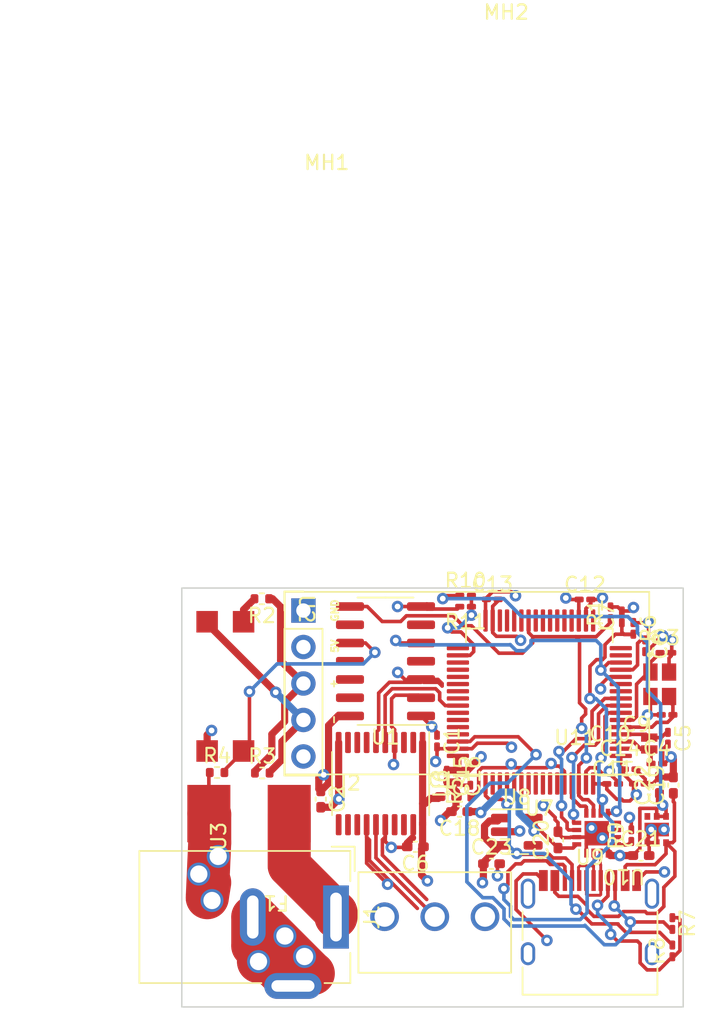
<source format=kicad_pcb>
(kicad_pcb (version 20221018) (generator pcbnew)
  (layers (0 "F.Cu" signal) (1 "In1.Cu" power "GND") (2 "In2.Cu" power "PWR") (31 "B.Cu" signal) (34 "B.Paste" user) (35 "F.Paste" user) (36 "B.SilkS" user "B.Silkscreen") (37 "F.SilkS" user "F.Silkscreen") (38 "B.Mask" user) (39 "F.Mask" user) (44 "Edge.Cuts" user))
  (net 0 "")
  (net 1 "Net-(R9-Pad1)")
  (net 5 "INT_LVL_EN")
  (net 6 "XR_GPIO")
  (net 7 "WKUP1")
  (net 8 "NRST")
  (net 9 "XR_TX")
  (net 10 "XR_RX")
  (net 11 "GND1")
  (net 12 "+3V3")
  (net 13 "USBD-")
  (net 14 "USBD+")
  (net 15 "VBUS")
  (net 16 "Net-(R2-Pad2)")
  (net 17 "/OUT_1_N")
  (net 18 "INT_1")
  (net 19 "Net-(C19-Pad1)")
  (net 21 "+5V")
  (net 22 "/OUT_1_P")
  (net 24 "Net-(F1-Pad1)")
  (net 25 "TIM1_CH1_SHIFT")
  (net 26 "VBUS_PRESENT")
  (net 27 "SWCLK")
  (net 28 "SWDIO")
  (net 29 "/spud_glo_mini_micro/BOOT0")
  (net 33 "/spud_glo_mini_micro/TIM1_CH1")
  (net 45 "Net-(C4-Pad1)")
  (net 46 "Net-(C5-Pad1)")
  (net 47 "/spud_glo_mini_micro/OSC48_HI")
  (net 48 "/spud_glo_mini_micro/OSC48_LO")
  (footprint "Capacitor_SMD:C_0201_0603Metric_Pad0.64x0.40mm_HandSolder" (layer "F.Cu") (at 175.29 104.3825 -90)
    (fp_text reference "C8")
    (fp_text value "0.1u")
  )
  (footprint "Resistor_SMD:R_0201_0603Metric_Pad0.64x0.40mm_HandSolder" (layer "F.Cu") (at 177.1904 123.7245 -90)
    (fp_text reference "R7")
    (fp_text value "10k")
  )
  (footprint "srw_custom:433MHz_receiver" (layer "F.Cu") (at 149.68 113.860001 90)
    (fp_text reference "U3")
    (fp_text value "receiver_433MHz")
  )
  (footprint "Capacitor_SMD:C_0402_1005Metric_Pad0.74x0.62mm_HandSolder" (layer "F.Cu") (at 176.29 114.0875 90)
    (fp_text reference "C22")
    (fp_text value "1u")
  )
  (footprint "Capacitor_SMD:C_0402_1005Metric_Pad0.74x0.62mm_HandSolder" (layer "F.Cu") (at 152.69 115.06 -90)
    (fp_text reference "C2")
    (fp_text value "1u")
  )
  (footprint "Capacitor_SMD:C_0402_1005Metric_Pad0.74x0.62mm_HandSolder" (layer "F.Cu") (at 169.22 117.9 90)
    (fp_text reference "C20")
    (fp_text value "1u")
  )
  (footprint "MountingHole:MountingHole_3mm" (layer "F.Cu") (at 165.615 64.265)
    (fp_text reference "MH2")
    (fp_text value "MountingHole_Pad")
  )
  (footprint "srw_custom:2410FA" (layer "F.Cu") (at 150.49 120.07 180)
    (fp_text reference "F1")
    (fp_text value "Fuse-2410FA")
  )
  (footprint "Capacitor_SMD:C_0201_0603Metric_Pad0.64x0.40mm_HandSolder" (layer "F.Cu") (at 173.67 102.37 90)
    (fp_text reference "C7")
    (fp_text value "0.1u")
  )
  (footprint "Connector_BarrelJack:BarrelJack_Wuerth_6941xx301002" (layer "F.Cu") (at 153.75 123.27 -90)
    (fp_text reference "J1")
    (fp_text value "Barrel_Jack_Switch")
  )
  (footprint "Capacitor_SMD:C_0402_1005Metric_Pad0.74x0.62mm_HandSolder" (layer "F.Cu") (at 164.5875 119.56)
    (fp_text reference "C23")
    (fp_text value "10u")
  )
  (footprint "Capacitor_SMD:C_0201_0603Metric_Pad0.64x0.40mm_HandSolder" (layer "F.Cu") (at 176.88 110.82 -90)
    (fp_text reference "C5")
    (fp_text value "8p")
  )
  (footprint "Capacitor_SMD:C_0201_0603Metric_Pad0.64x0.40mm_HandSolder" (layer "F.Cu") (at 176.11 112.58)
    (fp_text reference "C4")
    (fp_text value "8p")
  )
  (footprint "MountingHole:MountingHole_3mm" (layer "F.Cu") (at 153.105 74.735)
    (fp_text reference "MH1")
    (fp_text value "MountingHole_Pad")
  )
  (footprint "Resistor_SMD:R_0201_0603Metric_Pad0.64x0.40mm_HandSolder" (layer "F.Cu") (at 174.47 103.17 -90)
    (fp_text reference "R6")
    (fp_text value "10k")
  )
  (footprint "Capacitor_SMD:C_0402_1005Metric_Pad0.74x0.62mm_HandSolder" (layer "F.Cu") (at 175.0075 118.99)
    (fp_text reference "C21")
    (fp_text value "1u")
  )
  (footprint "Package_QFP:LQFP-64_10x10mm_P0.5mm" (layer "F.Cu") (at 167.92 108.3 180)
    (fp_text reference "U7")
    (fp_text value "STM32L431RCTx")
  )
  (footprint "Capacitor_SMD:C_0201_0603Metric_Pad0.64x0.40mm_HandSolder" (layer "F.Cu") (at 171.1 101.16)
    (fp_text reference "C12")
    (fp_text value "0.1u")
  )
  (footprint "srw_custom:XTAL_ECS-480-8-36-RWN-TR" (layer "F.Cu") (at 176.31 107.0625 -90)
    (fp_text reference "U5" hide)
    (fp_text value "ECS-480-8-36-RWN-TR")
  )
  (footprint "srw_custom:NCP361" (layer "F.Cu") (at 175.45 115.795)
    (fp_text reference "U11")
    (fp_text value "NCP361")
  )
  (footprint "Capacitor_SMD:C_0201_0603Metric_Pad0.64x0.40mm_HandSolder" (layer "F.Cu") (at 162.24 113.4625 -90)
    (fp_text reference "C16")
    (fp_text value "1u")
  )
  (footprint "Package_SO:SOIC-14_3.9x8.7mm_P1.27mm" (layer "F.Cu") (at 157.2 105.46 180)
    (fp_text reference "U1")
    (fp_text value "TXS0104EDR")
  )
  (footprint "Connector_USB:USB_C_Receptacle_HRO_TYPE-C-31-M-12" (layer "F.Cu") (at 171.45 124.775)
    (fp_text reference "U9")
    (fp_text value "USB-C-31-M-12")
  )
  (footprint "Resistor_SMD:R_0201_0603Metric_Pad0.64x0.40mm_HandSolder" (layer "F.Cu") (at 172.88 102.0875 90)
    (fp_text reference "R1")
    (fp_text value "10k")
  )
  (footprint "srw_custom:1984620" (layer "F.Cu") (at 155.495 120.1)
    (fp_text reference "J2")
    (fp_text value "Conn_01x03_Male")
  )
  (footprint "Resistor_SMD:R_0402_1005Metric" (layer "F.Cu") (at 148.58 101.11 180)
    (fp_text reference "R2")
    (fp_text value "1k")
  )
  (footprint "Resistor_SMD:R_0201_0603Metric_Pad0.64x0.40mm_HandSolder" (layer "F.Cu") (at 162.78 100.89)
    (fp_text reference "R10")
    (fp_text value "10k")
  )
  (footprint "Capacitor_SMD:C_0201_0603Metric_Pad0.64x0.40mm_HandSolder" (layer "F.Cu") (at 176.74 104.8725)
    (fp_text reference "C3")
    (fp_text value "6p")
  )
  (footprint "Capacitor_SMD:C_0201_0603Metric_Pad0.64x0.40mm_HandSolder" (layer "F.Cu") (at 176.82 109.1925 180)
    (fp_text reference "C9")
    (fp_text value "6p")
  )
  (footprint "Resistor_SMD:R_0201_0603Metric_Pad0.64x0.40mm_HandSolder" (layer "F.Cu") (at 162.78 101.66 180)
    (fp_text reference "R11")
    (fp_text value "28k")
  )
  (footprint "Resistor_SMD:R_0201_0603Metric_Pad0.64x0.40mm_HandSolder" (layer "F.Cu") (at 177.1904 125.6291 90)
    (fp_text reference "R8")
    (fp_text value "10k")
  )
  (footprint "Capacitor_SMD:C_0201_0603Metric_Pad0.64x0.40mm_HandSolder" (layer "F.Cu") (at 164.64 101.15)
    (fp_text reference "C13")
    (fp_text value "0.1u")
  )
  (footprint "Capacitor_SMD:C_0201_0603Metric_Pad0.64x0.40mm_HandSolder" (layer "F.Cu") (at 173.0275 114)
    (fp_text reference "C11")
    (fp_text value "0.1u")
  )
  (footprint "Capacitor_SMD:C_0402_1005Metric_Pad0.74x0.62mm_HandSolder" (layer "F.Cu") (at 162.36 115.93 180)
    (fp_text reference "C18")
    (fp_text value "1u")
  )
  (footprint "Capacitor_SMD:C_0201_0603Metric_Pad0.64x0.40mm_HandSolder" (layer "F.Cu") (at 160.79 111.02 -90)
    (fp_text reference "C1")
    (fp_text value "1u")
  )
  (footprint "srw_custom:XTAL_ECS-.327-9-1210-TR" (layer "F.Cu") (at 175.58 111.19 90)
    (fp_text reference "U4" hide)
    (fp_text value "ECS-.327-9-1210-TR")
  )
  (footprint "Capacitor_SMD:C_0201_0603Metric_Pad0.64x0.40mm_HandSolder" (layer "F.Cu") (at 174.24875 112.98)
    (fp_text reference "C10")
    (fp_text value "0.1u")
  )
  (footprint "Capacitor_SMD:C_0201_0603Metric_Pad0.64x0.40mm_HandSolder" (layer "F.Cu") (at 161.47 113.4625 -90)
    (fp_text reference "C15")
    (fp_text value "0.01u")
  )
  (footprint "Resistor_SMD:R_0201_0603Metric_Pad0.64x0.40mm_HandSolder" (layer "F.Cu") (at 174.33 117.6 90)
    (fp_text reference "R9")
    (fp_text value "10k")
  )
  (footprint "Package_SO:TSSOP-20_4.4x6.5mm_P0.65mm" (layer "F.Cu") (at 156.86 113.98 -90)
    (fp_text reference "U6")
    (fp_text value "SN74HCT245PW")
  )
  (footprint "Capacitor_SMD:C_0402_1005Metric_Pad0.74x0.62mm_HandSolder" (layer "F.Cu") (at 177.26 114.09 90)
    (fp_text reference "C19")
    (fp_text value "1u")
  )
  (footprint "Resistor_SMD:R_0402_1005Metric" (layer "F.Cu") (at 148.61 113.24)
    (fp_text reference "R3")
    (fp_text value "10k")
  )
  (footprint "Resistor_SMD:R_0402_1005Metric" (layer "F.Cu") (at 145.4638 113.2078)
    (fp_text reference "R4")
    (fp_text value "1k")
  )
  (footprint "srw_custom:PS2501L-1" (layer "F.Cu") (at 151.19 101.81 -90)
    (fp_text reference "U2")
    (fp_text value "PS2501L-1")
  )
  (footprint "Capacitor_SMD:C_0201_0603Metric_Pad0.64x0.40mm_HandSolder" (layer "F.Cu") (at 174.89 113.99)
    (fp_text reference "C14")
    (fp_text value "4.7u")
  )
  (footprint "Package_TO_SOT_SMD:SOT-23-5" (layer "F.Cu") (at 166.35 117.33)
    (fp_text reference "U8")
    (fp_text value "LP5907MFX-3.3")
  )
  (footprint "Resistor_SMD:R_0201_0603Metric_Pad0.64x0.40mm_HandSolder" (layer "F.Cu") (at 163.11 114.5 90)
    (fp_text reference "R5")
    (fp_text value "10k")
  )
  (footprint "Capacitor_SMD:C_0402_1005Metric_Pad0.74x0.62mm_HandSolder" (layer "F.Cu") (at 159.28 118.38 180)
    (fp_text reference "C6")
    (fp_text value "0.1u")
  )
  (footprint "Capacitor_SMD:C_0402_1005Metric_Pad0.74x0.62mm_HandSolder" (layer "F.Cu") (at 161.5781 114.8842)
    (fp_text reference "C17")
    (fp_text value "1u")
  )
  (footprint "srw_custom:XR21B1411" (layer "F.Cu") (at 173.3025 118.215 180)
    (fp_text reference "U10")
    (fp_text value "XR21B1411")
  )
  (gr_rect (start 143.004999 100.3625) (end 177.944999 129.5325) (stroke (width 0.1)) (fill none) (layer "Edge.Cuts"))
  (segment (start 173.3725 118.245) (end 174.0925 118.245) (width 0.25) (layer "F.Cu") (net 1))
  (segment (start 174.0925 118.245) (end 174.33 118.0075) (width 0.25) (layer "F.Cu") (net 1))
  (segment (start 171.695 115.478604) (end 171.316396 115.1) (width 0.25) (layer "F.Cu") (net 5))
  (segment (start 171.695 116.0425) (end 171.695 115.478604) (width 0.25) (layer "F.Cu") (net 5))
  (segment (start 166.740428 104.9) (end 167.454315 104.186113) (width 0.25) (layer "F.Cu") (net 5))
  (segment (start 165.104315 104.9) (end 166.740428 104.9) (width 0.25) (layer "F.Cu") (net 5))
  (segment (start 170.69 113.995) (end 170.67 113.975) (width 0.25) (layer "F.Cu") (net 5))
  (segment (start 167.454315 103.75) (end 167.17 103.465685) (width 0.25) (layer "F.Cu") (net 5))
  (segment (start 171.145 109.145) (end 171.145 108.7803) (width 0.25) (layer "F.Cu") (net 5))
  (segment (start 167.454315 104.186113) (end 167.454315 103.75) (width 0.25) (layer "F.Cu") (net 5))
  (segment (start 170.46 103.75) (end 171.885685 103.75) (width 0.25) (layer "F.Cu") (net 5))
  (segment (start 163.194315 102.99) (end 165.104315 104.9) (width 0.25) (layer "F.Cu") (net 5))
  (segment (start 170.722456 108.357756) (end 170.722456 104.012456) (width 0.25) (layer "F.Cu") (net 5))
  (segment (start 170.67 112.716768) (end 170.67 113.975) (width 0.25) (layer "F.Cu") (net 5))
  (segment (start 158.256049 102.6922) (end 158.653249 102.295) (width 0.25) (layer "F.Cu") (net 5))
  (segment (start 162.6 102.99) (end 163.194315 102.99) (width 0.25) (layer "F.Cu") (net 5))
  (segment (start 158.653249 102.295) (end 161.905 102.295) (width 0.25) (layer "F.Cu") (net 5))
  (segment (start 161.905 102.295) (end 162.6 102.99) (width 0.25) (layer "F.Cu") (net 5))
  (segment (start 156.972 102.6922) (end 158.256049 102.6922) (width 0.25) (layer "F.Cu") (net 5))
  (segment (start 155.9298 101.65) (end 156.972 102.6922) (width 0.25) (layer "F.Cu") (net 5))
  (segment (start 170.954315 115.1) (end 170.67 114.815685) (width 0.25) (layer "F.Cu") (net 5))
  (segment (start 170.8705 109.4195) (end 171.145 109.145) (width 0.25) (layer "F.Cu") (net 5))
  (segment (start 171.316396 115.1) (end 170.954315 115.1) (width 0.25) (layer "F.Cu") (net 5))
  (segment (start 170.46 103.75) (end 167.454315 103.75) (width 0.25) (layer "F.Cu") (net 5))
  (segment (start 171.145 108.7803) (end 170.722456 108.357756) (width 0.25) (layer "F.Cu") (net 5))
  (segment (start 170.67 114.815685) (end 170.67 113.975) (width 0.25) (layer "F.Cu") (net 5))
  (segment (start 171.885685 103.75) (end 172.88 102.755685) (width 0.25) (layer "F.Cu") (net 5))
  (segment (start 154.725 101.65) (end 155.9298 101.65) (width 0.25) (layer "F.Cu") (net 5))
  (segment (start 170.8705 110.1255) (end 170.8705 109.4195) (width 0.25) (layer "F.Cu") (net 5))
  (segment (start 167.17 103.465685) (end 167.17 102.625) (width 0.25) (layer "F.Cu") (net 5))
  (segment (start 172.88 102.755685) (end 172.88 102.495) (width 0.25) (layer "F.Cu") (net 5))
  (segment (start 171.198527 112.188241) (end 170.67 112.716768) (width 0.25) (layer "F.Cu") (net 5))
  (segment (start 170.722456 104.012456) (end 170.46 103.75) (width 0.25) (layer "F.Cu") (net 5))
  (via (at 170.8705 110.1255) (size 0.8) (drill 0.4) (layers "F.Cu" "B.Cu") (net 5))
  (via (at 171.198527 112.188241) (size 0.8) (drill 0.4) (layers "F.Cu" "B.Cu") (net 5))
  (segment (start 171.198527 110.453527) (end 170.8705 110.1255) (width 0.25) (layer "B.Cu") (net 5))
  (segment (start 171.198527 112.188241) (end 171.198527 110.453527) (width 0.25) (layer "B.Cu") (net 5))
  (segment (start 171.13 115.55) (end 170.767919 115.55) (width 0.25) (layer "F.Cu") (net 6))
  (segment (start 170.767919 115.55) (end 170.17 114.952081) (width 0.25) (layer "F.Cu") (net 6))
  (segment (start 170.195 114.21) (end 170.195 114) (width 0.25) (layer "F.Cu") (net 6))
  (segment (start 171.195 116.0425) (end 171.195 115.615) (width 0.25) (layer "F.Cu") (net 6))
  (segment (start 170.195 114) (end 170.17 113.975) (width 0.25) (layer "F.Cu") (net 6))
  (segment (start 170.19 114.215) (end 170.195 114.21) (width 0.25) (layer "F.Cu") (net 6))
  (segment (start 171.195 115.615) (end 171.13 115.55) (width 0.25) (layer "F.Cu") (net 6))
  (segment (start 170.17 114.952081) (end 170.17 113.975) (width 0.25) (layer "F.Cu") (net 6))
  (segment (start 159.675 104.19) (end 158.0888 104.19) (width 0.25) (layer "F.Cu") (net 7))
  (segment (start 173.295048 115.908724) (end 173.161272 116.0425) (width 0.25) (layer "F.Cu") (net 7))
  (segment (start 172.754315 105.55) (end 173.595 105.55) (width 0.25) (layer "F.Cu") (net 7))
  (segment (start 158.0888 104.19) (end 157.9118 104.013) (width 0.25) (layer "F.Cu") (net 7))
  (segment (start 173.161272 116.0425) (end 172.695 116.0425) (width 0.25) (layer "F.Cu") (net 7))
  (segment (start 172.205108 106.074608) (end 172.229707 106.074608) (width 0.25) (layer "F.Cu") (net 7))
  (segment (start 172.229707 106.074608) (end 172.754315 105.55) (width 0.25) (layer "F.Cu") (net 7))
  (via (at 157.9118 104.013) (size 0.8) (drill 0.4) (layers "F.Cu" "B.Cu") (net 7))
  (via (at 173.295048 115.908724) (size 0.8) (drill 0.4) (layers "F.Cu" "B.Cu") (net 7))
  (via (at 172.205108 106.074608) (size 0.8) (drill 0.4) (layers "F.Cu" "B.Cu") (net 7))
  (segment (start 158.2166 104.3178) (end 157.9118 104.013) (width 0.25) (layer "B.Cu") (net 7))
  (segment (start 167.340623 104.013) (end 167.340623 104.299805) (width 0.25) (layer "B.Cu") (net 7))
  (segment (start 173.5212 112.805895) (end 173.42 112.704695) (width 0.25) (layer "B.Cu") (net 7))
  (segment (start 166.915928 104.7245) (end 166.315318 104.7245) (width 0.25) (layer "B.Cu") (net 7))
  (segment (start 166.315318 104.7245) (end 165.890623 104.299805) (width 0.25) (layer "B.Cu") (net 7))
  (segment (start 172.205108 106.074608) (end 172.205108 104.336308) (width 0.25) (layer "B.Cu") (net 7))
  (segment (start 165.890623 104.299805) (end 165.872628 104.3178) (width 0.25) (layer "B.Cu") (net 7))
  (segment (start 173.42 112.704695) (end 173.42 107.2895) (width 0.25) (layer "B.Cu") (net 7))
  (segment (start 171.8818 104.013) (end 167.340623 104.013) (width 0.25) (layer "B.Cu") (net 7))
  (segment (start 173.5212 115.682572) (end 173.5212 112.805895) (width 0.25) (layer "B.Cu") (net 7))
  (segment (start 165.872628 104.3178) (end 158.2166 104.3178) (width 0.25) (layer "B.Cu") (net 7))
  (segment (start 172.205108 104.336308) (end 171.8818 104.013) (width 0.25) (layer "B.Cu") (net 7))
  (segment (start 173.295048 115.908724) (end 173.5212 115.682572) (width 0.25) (layer "B.Cu") (net 7))
  (segment (start 157.9118 104.013) (end 157.8864 103.9876) (width 0.25) (layer "B.Cu") (net 7))
  (segment (start 167.340623 104.299805) (end 166.915928 104.7245) (width 0.25) (layer "B.Cu") (net 7))
  (segment (start 173.42 107.2895) (end 172.205108 106.074608) (width 0.25) (layer "B.Cu") (net 7))
  (segment (start 171.904803 105.349608) (end 172.318311 105.349608) (width 0.25) (layer "F.Cu") (net 8))
  (segment (start 166.650305 119.568673) (end 166.863978 119.355) (width 0.25) (layer "F.Cu") (net 8))
  (segment (start 172.495 109.309315) (end 172.754315 109.05) (width 0.25) (layer "F.Cu") (net 8))
  (segment (start 172.195 116.0425) (end 172.195 115.225) (width 0.25) (layer "F.Cu") (net 8))
  (segment (start 172.195 115.225) (end 172.32 115.1) (width 0.25) (layer "F.Cu") (net 8))
  (segment (start 173.835 103.595) (end 173.67 103.43) (width 0.25) (layer "F.Cu") (net 8))
  (segment (start 171.447456 105.806955) (end 171.904803 105.349608) (width 0.25) (layer "F.Cu") (net 8))
  (segment (start 169.555 119.61) (end 169.7 119.755) (width 0.25) (layer "F.Cu") (net 8))
  (segment (start 172.222038 112.170539) (end 172.495 111.897577) (width 0.25) (layer "F.Cu") (net 8))
  (segment (start 165.728627 121.017959) (end 165.728627 120.111373) (width 0.25) (layer "F.Cu") (net 8))
  (segment (start 174.47 103.5775) (end 174.4475 103.6) (width 0.25) (layer "F.Cu") (net 8))
  (segment (start 172.318311 105.349608) (end 172.495 105.172919) (width 0.25) (layer "F.Cu") (net 8))
  (segment (start 166.863978 119.355) (end 168.424781 119.355) (width 0.25) (layer "F.Cu") (net 8))
  (segment (start 172.495 105.172919) (end 172.495 104.309315) (width 0.25) (layer "F.Cu") (net 8))
  (segment (start 172.754315 109.05) (end 173.595 109.05) (width 0.25) (layer "F.Cu") (net 8))
  (segment (start 172.495 104.309315) (end 173.226815 103.5775) (width 0.25) (layer "F.Cu") (net 8))
  (segment (start 169.7 119.755) (end 169.7 120.73) (width 0.25) (layer "F.Cu") (net 8))
  (segment (start 172.495 111.897577) (end 172.495 109.309315) (width 0.25) (layer "F.Cu") (net 8))
  (segment (start 174.4475 103.6) (end 173.84 103.6) (width 0.25) (layer "F.Cu") (net 8))
  (segment (start 166.271327 119.568673) (end 166.650305 119.568673) (width 0.25) (layer "F.Cu") (net 8))
  (segment (start 173.84 103.6) (end 173.835 103.595) (width 0.25) (layer "F.Cu") (net 8))
  (segment (start 168.424781 119.355) (end 168.679781 119.61) (width 0.25) (layer "F.Cu") (net 8))
  (segment (start 168.679781 119.61) (end 169.555 119.61) (width 0.25) (layer "F.Cu") (net 8))
  (segment (start 165.451531 121.295055) (end 165.728627 121.017959) (width 0.25) (layer "F.Cu") (net 8))
  (segment (start 171.447456 108.057451) (end 171.447456 105.806955) (width 0.25) (layer "F.Cu") (net 8))
  (segment (start 165.728627 120.111373) (end 166.271327 119.568673) (width 0.25) (layer "F.Cu") (net 8))
  (segment (start 173.67 103.43) (end 173.67 102.7775) (width 0.25) (layer "F.Cu") (net 8))
  (segment (start 173.226815 103.5775) (end 174.47 103.5775) (width 0.25) (layer "F.Cu") (net 8))
  (via (at 172.32 115.1) (size 0.8) (drill 0.4) (layers "F.Cu" "B.Cu") (net 8))
  (via (at 171.447456 108.057451) (size 0.8) (drill 0.4) (layers "F.Cu" "B.Cu") (net 8))
  (via (at 165.451531 121.295055) (size 0.8) (drill 0.4) (layers "F.Cu" "B.Cu") (net 8))
  (via (at 172.222038 112.170539) (size 0.8) (drill 0.4) (layers "F.Cu" "B.Cu") (net 8))
  (segment (start 173.035 118.070305) (end 173.035 116.6978) (width 0.25) (layer "B.Cu") (net 8))
  (segment (start 172.0712 114.8512) (end 172.32 115.1) (width 0.25) (layer "B.Cu") (net 8))
  (segment (start 172.32 115.9828) (end 172.32 115.1) (width 0.25) (layer "B.Cu") (net 8))
  (segment (start 171.251752 122.965753) (end 171.251752 119.853553) (width 0.25) (layer "B.Cu") (net 8))
  (segment (start 171.251752 119.853553) (end 173.035 118.070305) (width 0.25) (layer "B.Cu") (net 8))
  (segment (start 171.447456 108.057451) (end 171.857451 108.057451) (width 0.25) (layer "B.Cu") (net 8))
  (segment (start 172.595 108.795) (end 172.595 111.797577) (width 0.25) (layer "B.Cu") (net 8))
  (segment (start 172.595 111.797577) (end 172.222038 112.170539) (width 0.25) (layer "B.Cu") (net 8))
  (segment (start 165.451531 121.295055) (end 165.451531 122.056302) (width 0.25) (layer "B.Cu") (net 8))
  (segment (start 170.769106 123.448399) (end 171.251752 122.965753) (width 0.25) (layer "B.Cu") (net 8))
  (segment (start 165.91 122.514771) (end 165.91 123.220509) (width 0.25) (layer "B.Cu") (net 8))
  (segment (start 172.222038 112.170539) (end 172.0712 112.321377) (width 0.25) (layer "B.Cu") (net 8))
  (segment (start 173.035 116.6978) (end 172.32 115.9828) (width 0.25) (layer "B.Cu") (net 8))
  (segment (start 166.13789 123.448399) (end 170.769106 123.448399) (width 0.25) (layer "B.Cu") (net 8))
  (segment (start 165.451531 122.056302) (end 165.91 122.514771) (width 0.25) (layer "B.Cu") (net 8))
  (segment (start 171.857451 108.057451) (end 172.595 108.795) (width 0.25) (layer "B.Cu") (net 8))
  (segment (start 172.0712 112.321377) (end 172.0712 114.8512) (width 0.25) (layer "B.Cu") (net 8))
  (segment (start 165.91 123.220509) (end 166.13789 123.448399) (width 0.25) (layer "B.Cu") (net 8))
  (segment (start 170.305 116.695) (end 170.305 116.35) (width 0.25) (layer "F.Cu") (net 9))
  (segment (start 170.32 116.71) (end 170.305 116.695) (width 0.25) (layer "F.Cu") (net 9))
  (segment (start 170.305 116.35) (end 170.305 116.115) (width 0.25) (layer "F.Cu") (net 9))
  (segment (start 170.191085 112.171085) (end 171.06217 111.3) (width 0.25) (layer "F.Cu") (net 9))
  (segment (start 170.305 116.115) (end 170.28 116.09) (width 0.25) (layer "F.Cu") (net 9))
  (segment (start 171.06217 111.3) (end 171.81 111.3) (width 0.25) (layer "F.Cu") (net 9))
  (segment (start 172.045 109.122919) (end 172.617919 108.55) (width 0.25) (layer "F.Cu") (net 9))
  (segment (start 171.81 111.3) (end 172.045 111.065) (width 0.25) (layer "F.Cu") (net 9))
  (segment (start 170.5275 116.71) (end 170.32 116.71) (width 0.25) (layer "F.Cu") (net 9))
  (segment (start 172.617919 108.55) (end 173.595 108.55) (width 0.25) (layer "F.Cu") (net 9))
  (segment (start 172.045 111.065) (end 172.045 109.122919) (width 0.25) (layer "F.Cu") (net 9))
  (via (at 170.305 116.115) (size 0.8) (drill 0.4) (layers "F.Cu" "B.Cu") (net 9))
  (via (at 170.191085 112.171085) (size 0.8) (drill 0.4) (layers "F.Cu" "B.Cu") (net 9))
  (segment (start 170.305 116.115) (end 170.305 112.285) (width 0.25) (layer "B.Cu") (net 9))
  (segment (start 170.305 112.285) (end 170.191085 112.171085) (width 0.25) (layer "B.Cu") (net 9))
  (segment (start 169.855 117.1) (end 169.855 116.695) (width 0.25) (layer "F.Cu") (net 10))
  (segment (start 170.5275 117.21) (end 169.965 117.21) (width 0.25) (layer "F.Cu") (net 10))
  (segment (start 171.595 110.775) (end 171.595 108.936523) (width 0.25) (layer "F.Cu") (net 10))
  (segment (start 169.287518 111.743802) (end 169.593063 111.743802) (width 0.25) (layer "F.Cu") (net 10))
  (segment (start 169.47 116.31) (end 169.47 115.52) (width 0.25) (layer "F.Cu") (net 10))
  (segment (start 170.486865 110.85) (end 171.52 110.85) (width 0.25) (layer "F.Cu") (net 10))
  (segment (start 172.481523 108.05) (end 173.595 108.05) (width 0.25) (layer "F.Cu") (net 10))
  (segment (start 169.965 117.21) (end 169.855 117.1) (width 0.25) (layer "F.Cu") (net 10))
  (segment (start 169.593063 111.743802) (end 170.486865 110.85) (width 0.25) (layer "F.Cu") (net 10))
  (segment (start 169.855 116.695) (end 169.47 116.31) (width 0.25) (layer "F.Cu") (net 10))
  (segment (start 171.52 110.85) (end 171.595 110.775) (width 0.25) (layer "F.Cu") (net 10))
  (segment (start 171.595 108.936523) (end 172.481523 108.05) (width 0.25) (layer "F.Cu") (net 10))
  (via (at 169.47 115.52) (size 0.8) (drill 0.4) (layers "F.Cu" "B.Cu") (net 10))
  (via (at 169.287518 111.743802) (size 0.8) (drill 0.4) (layers "F.Cu" "B.Cu") (net 10))
  (segment (start 169.47 115.52) (end 169.47 112.284695) (width 0.25) (layer "B.Cu") (net 10))
  (segment (start 169.282652 112.097347) (end 169.282652 111.748668) (width 0.25) (layer "B.Cu") (net 10))
  (segment (start 169.282652 111.748668) (end 169.287518 111.743802) (width 0.25) (layer "B.Cu") (net 10))
  (segment (start 169.47 112.284695) (end 169.282652 112.097347) (width 0.25) (layer "B.Cu") (net 10))
  (segment (start 165.98 111.4445) (end 165.7055 111.17) (width 0.25) (layer "F.Cu") (net 11))
  (segment (start 152.14 127.2) (end 152.17 127.2) (width 3) (layer "F.Cu") (net 11))
  (segment (start 169.22 117.43) (end 169.22 117.3325) (width 0.25) (layer "F.Cu") (net 11))
  (segment (start 171.429315 112.875) (end 171.910685 112.875) (width 0.25) (layer "F.Cu") (net 11))
  (segment (start 157.835 110.2204) (end 157.6246 110.01) (width 0.25) (layer "F.Cu") (net 11))
  (segment (start 176.5175 111.59) (end 176.88 111.2275) (width 0.25) (layer "F.Cu") (net 11))
  (segment (start 177.1475 104.8725) (end 177.1475 104.0325) (width 0.25) (layer "F.Cu") (net 11))
  (segment (start 166.5 117.33) (end 166.55 117.28) (width 0.5) (layer "F.Cu") (net 11))
  (segment (start 147.95 123.27) (end 147.95 125.27) (width 3) (layer "F.Cu") (net 11))
  (segment (start 158.7125 118.130317) (end 159.085 117.757817) (width 0.5) (layer "F.Cu") (net 11))
  (segment (start 157.835 111.1175) (end 157.835 110.2204) (width 0.25) (layer "F.Cu") (net 11))
  (segment (start 164.929315 103.725) (end 164.67 103.465685) (width 0.25) (layer "F.Cu") (net 11))
  (segment (start 148.51 125.83) (end 148.35 125.67) (width 3) (layer "F.Cu") (net 11))
  (segment (start 147.95 123.27) (end 148.21 123.27) (width 3) (layer "F.Cu") (net 11))
  (segment (start 148.35 125.67) (end 148.35 126.37) (width 3) (layer "F.Cu") (net 11))
  (segment (start 169.53 117.74) (end 169.22 117.43) (width 0.25) (layer "F.Cu") (net 11))
  (segment (start 165.003627 119.622696) (end 165.066323 119.56) (width 0.25) (layer "F.Cu") (net 11))
  (segment (start 152.69 115.6275) (end 153.3725 115.6275) (width 0.5) (layer "F.Cu") (net 11))
  (segment (start 171.910685 112.875) (end 172.33 113.294315) (width 0.25) (layer "F.Cu") (net 11))
  (segment (start 175.45 118.095) (end 176.1 118.095) (width 0.25) (layer "F.Cu") (net 11))
  (segment (start 174.2005 116.332) (end 174.33 116.4615) (width 0.25) (layer "F.Cu") (net 11))
  (segment (start 155.885 116.8425) (end 155.885 117.71) (width 0.25) (layer "F.Cu") (net 11))
  (segment (start 156.985 118.963604) (end 160.070698 122.049302) (width 0.25) (layer "F.Cu") (net 11))
  (segment (start 162.1456 114.5456) (end 162.1456 114.8842) (width 0.5) (layer "F.Cu") (net 11))
  (segment (start 177.26 112.28) (end 177.1 112.12) (width 0.5) (layer "F.Cu") (net 11))
  (segment (start 172.7962 113.25766) (end 172.7962 113.1062) (width 0.25) (layer "F.Cu") (net 11))
  (segment (start 149.195 126.515) (end 149.88 127.2) (width 3) (layer "F.Cu") (net 11))
  (segment (start 172.18893 107.115385) (end 172.754315 106.55) (width 0.25) (layer "F.Cu") (net 11))
  (segment (start 159.675 106.735) (end 159.865 106.925) (width 0.25) (layer "F.Cu") (net 11))
  (segment (start 161.145 107.186853) (end 161.145 107.015) (width 0.25) (layer "F.Cu") (net 11))
  (segment (start 148.35 126.37) (end 149.05 126.37) (width 3) (layer "F.Cu") (net 11))
  (segment (start 172.33 113.294315) (end 172.33 113.35) (width 0.25) (layer "F.Cu") (net 11))
  (segment (start 156.985 117.89) (end 156.985 118.665) (width 0.25) (layer "F.Cu") (net 11))
  (segment (start 165.003627 120.401532) (end 165.003627 119.622696) (width 0.25) (layer "F.Cu") (net 11))
  (segment (start 157.185 117.69) (end 156.985 117.89) (width 0.25) (layer "F.Cu") (net 11))
  (segment (start 176.52 103.68) (end 176.25 103.95) (width 0.25) (layer "F.Cu") (net 11))
  (segment (start 175.575 118.99) (end 175.575 118.22) (width 0.25) (layer "F.Cu") (net 11))
  (segment (start 149.05 126.37) (end 149.195 126.515) (width 3) (layer "F.Cu") (net 11))
  (segment (start 159.5 107.825) (end 159.675 108) (width 0.25) (layer "F.Cu") (net 11))
  (segment (start 161.145 107.015) (end 160.86 106.73) (width 0.25) (layer "F.Cu") (net 11))
  (segment (start 157.473204 106.925) (end 159.675 106.925) (width 0.25) (layer "F.Cu") (net 11))
  (segment (start 157.185 118.005) (end 157.6 118.42) (width 0.25) (layer "F.Cu") (net 11))
  (segment (start 145.08 110.28) (end 144.77 110.59) (width 0.5) (layer "F.Cu") (net 11))
  (segment (start 160.0825 101.465) (end 160.0825 101.825) (width 0.25) (layer "F.Cu") (net 11))
  (segment (start 160.0825 101.825) (end 162.2075 101.825) (width 0.25) (layer "F.Cu") (net 11))
  (segment (start 174.33 116.4615) (end 174.33 117.1925) (width 0.25) (layer "F.Cu") (net 11))
  (segment (start 175.66 109.01) (end 175.46 109.21) (width 0.25) (layer "F.Cu") (net 11))
  (segment (start 176.1 117.18) (end 175.45 117.83) (width 0.25) (layer "F.Cu") (net 11))
  (segment (start 161.66 115.93) (end 161.04 116.55) (width 0.5) (layer "F.Cu") (net 11))
  (segment (start 170.5275 117.71) (end 171.645 117.71) (width 0.25) (layer "F.Cu") (net 11))
  (segment (start 157.835 111.1175) (end 157.835 112.575) (width 0.25) (layer "F.Cu") (net 11))
  (segment (start 159.675 101.65) (end 158.0388 101.65) (width 0.25) (layer "F.Cu") (net 11))
  (segment (start 165.7055 111.17) (end 163.602081 111.17) (width 0.25) (layer "F.Cu") (net 11))
  (segment (start 171.17 113.134315) (end 171.429315 112.875) (width 0.25) (layer "F.Cu") (net 11))
  (segment (start 173.3875 101.68) (end 173.67 101.9625) (width 0.25) (layer "F.Cu") (net 11))
  (segment (start 176.96 105.24) (end 177.12 105.08) (width 0.25) (layer "F.Cu") (net 11))
  (segment (start 155.885 117.71) (end 156.085 117.91) (width 0.25) (layer "F.Cu") (net 11))
  (segment (start 168.196332 115.506671) (end 169.02 116.330339) (width 0.25) (layer "F.Cu") (net 11))
  (segment (start 171.195 118.16) (end 171.92 117.435) (width 0.25) (layer "F.Cu") (net 11))
  (segment (start 162.4625 114.0925) (end 162.24 113.87) (width 0.25) (layer "F.Cu") (net 11))
  (segment (start 157.3452 120.9848) (end 155.885 119.524599) (width 0.25) (layer "F.Cu") (net 11))
  (segment (start 170.08 117.74) (end 169.53 117.74) (width 0.25) (layer "F.Cu") (net 11))
  (segment (start 167.74 120.27) (end 166.788274 120.27) (width 0.25) (layer "F.Cu") (net 11))
  (segment (start 157.865 107.825) (end 159.5 107.825) (width 0.25) (layer "F.Cu") (net 11))
  (segment (start 153.935 115.035) (end 153.95 115.05) (width 0.5) (layer "F.Cu") (net 11))
  (segment (start 156.7246 110.239359) (end 156.7246 107.673604) (width 0.25) (layer "F.Cu") (net 11))
  (segment (start 144.77 110.59) (end 144.77 111.71) (width 0.5) (layer "F.Cu") (net 11))
  (segment (start 147.95 125.27) (end 148.51 125.83) (width 3) (layer "F.Cu") (net 11))
  (segment (start 176.64 120.13) (end 176.73 120.13) (width 0.25) (layer "F.Cu") (net 11))
  (segment (start 172.7962 113.1062) (end 172.7962 112.9792) (width 0.25) (layer "F.Cu") (net 11))
  (segment (start 162.245 111.55) (end 160.9125 111.55) (width 0.25) (layer "F.Cu") (net 11))
  (segment (start 175.2975 113.99) (end 175.2975 113.67) (width 0.25) (layer "F.Cu") (net 11))
  (segment (start 166.615623 103.9995) (end 166.341123 103.725) (width 0.25) (layer "F.Cu") (net 11))
  (segment (start 174.75 120.73) (end 174.7 120.73) (width 0.25) (layer "F.Cu") (net 11))
  (segment (start 171.645 117.71) (end 171.92 117.435) (width 0.25) (layer "F.Cu") (net 11))
  (segment (start 171.17 101.784315) (end 171.5075 101.446815) (width 0.25) (layer "F.Cu") (net 11))
  (segment (start 176.2925 113.5225) (end 176.29 113.52) (width 0.5) (layer "F.Cu") (net 11))
  (segment (start 163.11 114.0925) (end 162.4625 114.0925) (width 0.25) (layer "F.Cu") (net 11))
  (segment (start 163.222081 111.55) (end 162.245 111.55) (width 0.25) (layer "F.Cu") (net 11))
  (segment (start 157.6246 108.0654) (end 157.865 107.825) (width 0.25) (layer "F.Cu") (net 11))
  (segment (start 170.5275 117.71) (end 170.11 117.71) (width 0.25) (layer "F.Cu") (net 11))
  (segment (start 170.11 117.71) (end 170.08 117.74) (width 0.25) (layer "F.Cu") (net 11))
  (segment (start 157.6 118.42) (end 158.6725 118.42) (width 0.25) (layer "F.Cu") (net 11))
  (segment (start 157.185 116.8425) (end 157.185 117.69) (width 0.25) (layer "F.Cu") (net 11))
  (segment (start 162.1456 114.8842) (end 162.11 114.9198) (width 0.5) (layer "F.Cu") (net 11))
  (segment (start 171.195 118.8175) (end 171.195 118.16) (width 0.25) (layer "F.Cu") (net 11))
  (segment (start 172.21 101.16) (end 172.32 101.05) (width 0.25) (layer "F.Cu") (net 11))
  (segment (start 166.3 122.75) (end 168.45 124.9) (width 0.25) (layer "F.Cu") (net 11))
  (segment (start 176.5175 112.58) (end 176.5175 111.59) (width 0.25) (layer "F.Cu") (net 11))
  (segment (start 175.82 113.99) (end 176.29 113.52) (width 0.25) (layer "F.Cu") (net 11))
  (segment (start 175.41 104.79) (end 175.29 104.79) (width 0.25) (layer "F.Cu") (net 11))
  (segment (start 166.3 120.758274) (end 166.3 122.75) (width 0.25) (layer "F.Cu") (net 11))
  (segment (start 172.33 113.35) (end 172.888541 113.35) (width 0.25) (layer "F.Cu") (net 11))
  (segment (start 161.47 113.87) (end 162.1456 114.5456) (width 0.5) (layer "F.Cu") (net 11))
  (segment (start 164.67 101.631041) (end 165.0475 101.253541) (width 0.25) (layer "F.Cu") (net 11))
  (segment (start 169.02 116.496396) (end 169.22 116.696396) (width 0.25) (layer "F.Cu") (net 11))
  (segment (start 176.5175 112.58) (end 176.64 112.58) (width 0.25) (layer "F.Cu") (net 11))
  (segment (start 172.18893 107.38721) (end 172.18893 107.115385) (width 0.25) (layer "F.Cu") (net 11))
  (segment (start 158.7125 118.38) (end 158.7125 118.130317) (width 0.5) (layer "F.Cu") (net 11))
  (segment (start 173.435 113.896459) (end 173.435 114) (width 0.25) (layer "F.Cu") (net 11))
  (segment (start 156.535 111.1175) (end 156.535 110.428959) (width 0.25) (layer "F.Cu") (net 11))
  (segment (start 176.96 106.2125) (end 176.96 105.24) (width 0.25) (layer "F.Cu") (net 11))
  (segment (start 176.52 103.68) (end 175.41 104.79) (width 0.25) (layer "F.Cu") (net 11))
  (segment (start 160.9125 111.55) (end 160.79 111.4275) (width 0.25) (layer "F.Cu") (net 11))
  (segment (start 175.45 117.83) (end 175.45 118.095) (width 0.25) (layer "F.Cu") (net 11))
  (segment (start 157.134302 120.385698) (end 159.009302 122.260698) (width 0.25) (layer "F.Cu") (net 11))
  (segment (start 175.35 120.13) (end 174.75 120.73) (width 0.25) (layer "F.Cu") (net 11))
  (segment (start 158.6725 118.42) (end 158.7125 118.38) (width 0.25) (layer "F.Cu") (net 11))
  (segment (start 160.883147 106.925) (end 161.145 107.186853) (width 0.25) (layer "F.Cu") (net 11))
  (segment (start 149.88 127.2) (end 152.14 127.2) (width 3) (layer "F.Cu") (net 11))
  (segment (start 175.575 118.22) (end 175.45 118.095) (width 0.25) (layer "F.Cu") (net 11))
  (segment (start 160.79 112.34) (end 160.69 112.44) (width 0.25) (layer "F.Cu") (net 11))
  (segment (start 156.085 117.91) (end 156.085 119.336396) (width 0.25) (layer "F.Cu") (net 11))
  (segment (start 175.4775 109.1925) (end 175.46 109.21) (width 0.25) (layer "F.Cu") (net 11))
  (segment (start 174.2375 101.9625) (end 174.48 101.72) (width 0.25) (layer "F.Cu") (net 11))
  (segment (start 156.985 118.665) (end 156.985 118.963604) (width 0.25) (layer "F.Cu") (net 11))
  (segment (start 165.2125 117.33) (end 166.5 117.33) (width 0.5) (layer "F.Cu") (net 11))
  (segment (start 165.066323 119.56) (end 165.155 119.56) (width 0.25) (layer "F.Cu") (net 11))
  (segment (start 175.2975 113.99) (end 175.82 113.99) (width 0.25) (layer "F.Cu") (net 11))
  (segment (start 177.26 113.5225) (end 177.26 112.28) (width 0.5) (layer "F.Cu") (net 11))
  (segment (start 161.7925 115.93) (end 161.66 115.93) (width 0.5) (layer "F.Cu") (net 11))
  (segment (start 164.67 103.465685) (end 164.67 102.625) (width 0.25) (layer "F.Cu") (net 11))
  (segment (start 153.3725 115.6275) (end 153.95 115.05) (width 0.5) (layer "F.Cu") (net 11))
  (segment (start 162.2075 101.825) (end 162.3725 101.66) (width 0.25) (layer "F.Cu") (net 11))
  (segment (start 157.835 112.575) (end 157.76 112.65) (width 0.25) (layer "F.Cu") (net 11))
  (segment (start 155.885 119.524599) (end 155.885 116.8425) (width 0.25) (layer "F.Cu") (net 11))
  (segment (start 172.754315 106.55) (end 173.595 106.55) (width 0.25) (layer "F.Cu") (net 11))
  (segment (start 157.6246 110.01) (end 157.6246 108.0654) (width 0.25) (layer "F.Cu") (net 11))
  (segment (start 156.085 119.336396) (end 157.134302 120.385698) (width 0.25) (layer "F.Cu") (net 11))
  (segment (start 165.0475 101.253541) (end 165.0475 101.15) (width 0.25) (layer "F.Cu") (net 11))
  (segment (start 172.888541 113.35) (end 173.03797 113.49943) (width 0.25) (layer "F.Cu") (net 11))
  (segment (start 169.22 116.696396) (end 169.22 117.3325) (width 0.25) (layer "F.Cu") (net 11))
  (segment (start 177.1475 104.0325) (end 177.2 103.98) (width 0.25) (layer "F.Cu") (net 11))
  (segment (start 166.341123 103.725) (end 164.929315 103.725) (width 0.25) (layer "F.Cu") (net 11))
  (segment (start 166.788274 120.27) (end 166.3 120.758274) (width 0.25) (layer "F.Cu") (net 11))
  (segment (start 171.5075 101.446815) (end 171.5075 101.16) (width 0.25) (layer "F.Cu") (net 11))
  (segment (start 163.602081 111.17) (end 163.222081 111.55) (width 0.25) (layer "F.Cu") (net 11))
  (segment (start 171.5075 101.16) (end 172.21 101.16) (width 0.25) (layer "F.Cu") (net 11))
  (segment (start 153.935 111.1175) (end 153.935 115.035) (width 0.5) (layer "F.Cu") (net 11))
  (segment (start 173.03797 113.49943) (end 173.435 113.896459) (width 0.25) (layer "F.Cu") (net 11))
  (segment (start 176.1 118.095) (end 176.1 117.18) (width 0.25) (layer "F.Cu") (net 11))
  (segment (start 159.009302 122.260698) (end 159.419302 122.670698) (width 0.25) (layer "F.Cu") (net 11))
  (segment (start 157.185 116.8425) (end 157.185 118.005) (width 0.25) (layer "F.Cu") (net 11))
  (segment (start 162.11 115.6125) (end 161.7925 115.93) (width 0.5) (layer "F.Cu") (net 11))
  (segment (start 176.64 120.13) (end 175.35 120.13) (width 0.25) (layer "F.Cu") (net 11))
  (segment (start 169.02 116.330339) (end 169.02 116.496396) (width 0.25) (layer "F.Cu") (net 11))
  (segment (start 171.17 102.625) (end 171.17 101.784315) (width 0.25) (layer "F.Cu") (net 11))
  (segment (start 173.67 101.9625) (end 174.2375 101.9625) (width 0.25) (layer "F.Cu") (net 11))
  (segment (start 148.21 123.27) (end 152.14 127.2) (width 3) (layer "F.Cu") (net 11))
  (segment (start 160.79 111.4275) (end 160.79 112.34) (width 0.25) (layer "F.Cu") (net 11))
  (segment (start 175.66 107.9125) (end 175.66 109.01) (width 0.25) (layer "F.Cu") (net 11))
  (segment (start 156.535 110.428959) (end 156.7246 110.239359) (width 0.25) (layer "F.Cu") (net 11))
  (segment (start 158.0515 106.2355) (end 157.9626 106.1466) (width 0.25) (layer "F.Cu") (net 11))
  (segment (start 159.675 106.73) (end 158.546 106.73) (width 0.25) (layer "F.Cu") (net 11))
  (segment (start 162.11 114.9198) (end 162.11 115.6125) (width 0.5) (layer "F.Cu") (net 11))
  (segment (start 158.546 106.73) (end 158.0515 106.2355) (width 0.25) (layer "F.Cu") (net 11))
  (segment (start 176.64 112.58) (end 177.1 112.12) (width 0.25) (layer "F.Cu") (net 11))
  (segment (start 156.7246 107.673604) (end 157.473204 106.925) (width 0.25) (layer "F.Cu") (net 11))
  (segment (start 159.135 116.8425) (end 159.135 117.707817) (width 0.25) (layer "F.Cu") (net 11))
  (segment (start 176.4125 109.1925) (end 175.4775 109.1925) (width 0.25) (layer "F.Cu") (net 11))
  (segment (start 177.26 113.5225) (end 176.2925 113.5225) (width 0.5) (layer "F.Cu") (net 11))
  (segment (start 160.86 106.73) (end 159.675 106.73) (width 0.25) (layer "F.Cu") (net 11))
  (segment (start 159.675 106.925) (end 159.675 106.73) (width 0.25) (layer "F.Cu") (net 11))
  (segment (start 172.88 101.68) (end 173.3875 101.68) (width 0.25) (layer "F.Cu") (net 11))
  (segment (start 175.2975 113.67) (end 174.6075 112.98) (width 0.25) (layer "F.Cu") (net 11))
  (segment (start 159.865 106.925) (end 160.883147 106.925) (width 0.25) (layer "F.Cu") (net 11))
  (segment (start 171.17 113.975) (end 171.17 113.134315) (width 0.25) (layer "F.Cu") (net 11))
  (segment (start 159.135 117.707817) (end 159.085 117.757817) (width 0.25) (layer "F.Cu") (net 11))
  (segment (start 168.2 120.73) (end 167.74 120.27) (width 0.25) (layer "F.Cu") (net 11))
  (segment (start 161.47 113.87) (end 162.24 113.87) (width 0.5) (layer "F.Cu") (net 11))
  (segment (start 176.25 103.95) (end 176.18 103.95) (width 0.25) (layer "F.Cu") (net 11))
  (segment (start 176.73 120.13) (end 176.78 120.18) (width 0.25) (layer "F.Cu") (net 11))
  (segment (start 164.67 102.625) (end 164.67 101.631041) (width 0.25) (layer "F.Cu") (net 11))
  (segment (start 173.03797 113.49943) (end 172.7962 113.25766) (width 0.25) (layer "F.Cu") (net 11))
  (via (at 176.64 120.13) (size 0.8) (drill 0.4) (layers "F.Cu" "B.Cu") (net 11))
  (via (at 151.56 126.02) (size 1.6) (drill 1.2) (layers "F.Cu" "B.Cu") (net 11))
  (via (at 157.3452 120.9848) (size 0.8) (drill 0.4) (layers "F.Cu" "B.Cu") (net 11))
  (via (at 177.2 103.98) (size 0.8) (drill 0.4) (layers "F.Cu" "B.Cu") (net 11))
  (via (at 165.98 111.4445) (size 0.8) (drill 0.4) (layers "F.Cu" "B.Cu") (net 11))
  (via (at 158.0515 106.2355) (size 0.8) (drill 0.4) (layers "F.Cu" "B.Cu") (net 11))
  (via (at 165.003627 120.401532) (size 0.8) (drill 0.4) (layers "F.Cu" "B.Cu") (net 11))
  (via (at 174.2005 116.332) (size 0.8) (drill 0.4) (layers "F.Cu" "B.Cu") (net 11))
  (via (at 157.76 112.65) (size 0.8) (drill 0.4) (layers "F.Cu" "B.Cu") (net 11))
  (via (at 172.7962 113.1062) (size 0.8) (drill 0.4) (layers "F.Cu" "B.Cu") (net 11))
  (via (at 176.52 103.68) (size 0.8) (drill 0.4) (layers "F.Cu" "B.Cu") (net 11))
  (via (at 145.08 110.28) (size 0.8) (drill 0.4) (layers "F.Cu" "B.Cu") (net 11))
  (via (at 175.72 117.18) (size 0.8) (drill 0.4) (layers "F.Cu" "B.Cu") (net 11))
  (via (at 158.0388 101.65) (size 0.8) (drill 0.4) (layers "F.Cu" "B.Cu") (net 11))
  (via (at 160.69 112.44) (size 0.8) (drill 0.4) (layers "F.Cu" "B.Cu") (net 11))
  (via (at 171.56 117.07) (size 0.8) (drill 0.4) (layers "F.Cu" "B.Cu") (net 11))
  (via (at 177.1 112.12) (size 0.8) (drill 0.4) (layers "F.Cu" "B.Cu") (net 11))
  (via (at 168.196332 115.506671) (size 0.8) (drill 0.4) (layers "F.Cu" "B.Cu") (net 11))
  (via (at 172.18893 107.38721) (size 0.8) (drill 0.4) (layers "F.Cu" "B.Cu") (net 11))
  (via (at 166.615623 103.9995) (size 0.8) (drill 0.4) (layers "F.Cu" "B.Cu") (net 11))
  (via (at 157.6 118.42) (size 0.8) (drill 0.4) (layers "F.Cu" "B.Cu") (net 11))
  (via (at 153.95 115.05) (size 0.8) (drill 0.4) (layers "F.Cu" "B.Cu") (net 11))
  (via (at 172.32 101.05) (size 0.8) (drill 0.4) (layers "F.Cu" "B.Cu") (net 11))
  (via (at 148.35 126.37) (size 1.6) (drill 1.2) (layers "F.Cu" "B.Cu") (net 11))
  (via (at 174.48 101.72) (size 0.8) (drill 0.4) (layers "F.Cu" "B.Cu") (net 11))
  (via (at 168.45 124.9) (size 0.8) (drill 0.4) (layers "F.Cu" "B.Cu") (net 11))
  (via (at 150.19 124.59) (size 1.6) (drill 1.2) (layers "F.Cu" "B.Cu") (net 11))
  (via (at 172.31 117.77) (size 0.8) (drill 0.4) (layers "F.Cu" "B.Cu") (net 11))
  (via (at 161.04 116.55) (size 0.8) (drill 0.4) (layers "F.Cu" "B.Cu") (net 11))
  (via (at 166.55 117.28) (size 0.8) (drill 0.4) (layers "F.Cu" "B.Cu") (net 11))
  (via (at 175.46 109.21) (size 0.8) (drill 0.4) (layers "F.Cu" "B.Cu") (net 11))
  (via (at 176.61 117.17) (size 0.8) (drill 0.4) (layers "F.Cu" "B.Cu") (net 11))
  (segment (start 172.62 114) (end 172.62 114.374695) (width 0.25) (layer "F.Cu") (net 12))
  (segment (start 169.87 101.16) (end 169.765 101.055) (width 0.25) (layer "F.Cu") (net 12))
  (segment (start 174.752 124.9426) (end 174.945 125.1356) (width 0.25) (layer "F.Cu") (net 12))
  (segment (start 172.62 114) (end 171.695 114) (width 0.25) (layer "F.Cu") (net 12))
  (segment (start 174.945 125.1356) (end 174.945 126.466726) (width 0.25) (layer "F.Cu") (net 12))
  (segment (start 167.549503 116.602003) (end 167.3075 116.36) (width 0.5) (layer "F.Cu") (net 12))
  (segment (start 164.2325 101.046459) (end 164.653959 100.625) (width 0.25) (layer "F.Cu") (net 12))
  (segment (start 177.7154 123.4354) (end 177.7154 125.615141) (width 0.25) (layer "F.Cu") (net 12))
  (segment (start 173.77 113.3) (end 173.77 113.0025) (width 0.25) (layer "F.Cu") (net 12))
  (segment (start 175.53 103.735) (end 175.29 103.975) (width 0.25) (layer "F.Cu") (net 12))
  (segment (start 173.595 112.7825) (end 173.7925 112.98) (width 0.25) (layer "F.Cu") (net 12))
  (segment (start 172.62 114.374695) (end 173.313977 115.068672) (width 0.25) (layer "F.Cu") (net 12))
  (segment (start 175.53 102.78) (end 175.53 103.735) (width 0.25) (layer "F.Cu") (net 12))
  (segment (start 173.595 106.05) (end 174.435685 106.05) (width 0.25) (layer "F.Cu") (net 12))
  (segment (start 174.4825 114.5425) (end 174.68 114.74) (width 0.25) (layer "F.Cu") (net 12))
  (segment (start 171.67 113.975) (end 171.795 113.975) (width 0.25) (layer "F.Cu") (net 12))
  (segment (start 167.549503 117.28) (end 167.549503 116.602003) (width 0.5) (layer "F.Cu") (net 12))
  (segment (start 164.2325 101.15) (end 164.2325 101.046459) (width 0.25) (layer "F.Cu") (net 12))
  (segment (start 165.985 100.625) (end 166.26 100.9) (width 0.25) (layer "F.Cu") (net 12))
  (segment (start 167.4875 116.38) (end 167.4875 116.735) (width 0.25) (layer "F.Cu") (net 12))
  (segment (start 170.27 118.4675) (end 170.5275 118.21) (width 0.25) (layer "F.Cu") (net 12))
  (segment (start 175.53 102.78) (end 174.66 102.78) (width 0.25) (layer "F.Cu") (net 12))
  (segment (start 164.17 102.625) (end 164.17 101.2125) (width 0.25) (layer "F.Cu") (net 12))
  (segment (start 175.428274 126.95) (end 176.277 126.95) (width 0.25) (layer "F.Cu") (net 12))
  (segment (start 174.4825 113.99) (end 174.4825 114.5425) (width 0.25) (layer "F.Cu") (net 12))
  (segment (start 175.005 103.975) (end 175.29 103.975) (width 0.25) (layer "F.Cu") (net 12))
  (segment (start 169.22 118.4675) (end 170.27 118.4675) (width 0.25) (layer "F.Cu") (net 12))
  (segment (start 174.71 114.77) (end 174.68 114.74) (width 0.25) (layer "F.Cu") (net 12))
  (segment (start 173.360101 124.9426) (end 174.752 124.9426) (width 0.25) (layer "F.Cu") (net 12))
  (segment (start 160.4225 110.0175) (end 159.675 109.27) (width 0.25) (layer "F.Cu") (net 12))
  (segment (start 169.765 101.055) (end 169.71 101) (width 0.25) (layer "F.Cu") (net 12))
  (segment (start 174.46 113.99) (end 173.77 113.3) (width 0.25) (layer "F.Cu") (net 12))
  (segment (start 162.915 113.055) (end 163.86 112.11) (width 0.5) (layer "F.Cu") (net 12))
  (segment (start 172.7 121.80604) (end 172.7 120.73) (width 0.25) (layer "F.Cu") (net 12))
  (segment (start 170.6925 101.16) (end 169.87 101.16) (width 0.25) (layer "F.Cu") (net 12))
  (segment (start 174.4825 113.99) (end 174.46 113.99) (width 0.25) (layer "F.Cu") (net 12))
  (segment (start 173.615 112.03) (end 173.595 112.05) (width 0.25) (layer "F.Cu") (net 12))
  (segment (start 173.595 112.05) (end 173.595 112.7825) (width 0.25) (layer "F.Cu") (net 12))
  (segment (start 177.7154 125.615141) (end 177.293941 126.0366) (width 0.25) (layer "F.Cu") (net 12))
  (segment (start 164.653959 100.625) (end 165.985 100.625) (width 0.25) (layer "F.Cu") (net 12))
  (segment (start 162.24 113.055) (end 162.24 112.15) (width 0.5) (layer "F.Cu") (net 12))
  (segment (start 177.293941 126.0366) (end 177.1904 126.0366) (width 0.25) (layer "F.Cu") (net 12))
  (segment (start 173.778988 115.189) (end 174.231 115.189) (width 0.25) (layer "F.Cu") (net 12))
  (segment (start 162.24 113.055) (end 162.915 113.055) (width 0.5) (layer "F.Cu") (net 12))
  (segment (start 174.945 126.466726) (end 175.428274 126.95) (width 0.25) (layer "F.Cu") (net 12))
  (segment (start 167.4875 116.735) (end 169.22 118.4675) (width 0.25) (layer "F.Cu") (net 12))
  (segment (start 177.1904 123.317) (end 177.597 123.317) (width 0.25) (layer "F.Cu") (net 12))
  (segment (start 171.695 114) (end 171.67 113.975) (width 0.25) (layer "F.Cu") (net 12))
  (segment (start 170.67 101.1825) (end 170.6925 101.16) (width 0.25) (layer "F.Cu") (net 12))
  (segment (start 160.79 110.385) (end 160.4225 110.0175) (width 0.25) (layer "F.Cu") (net 12))
  (segment (start 174.435685 106.05) (end 174.765 105.720685) (width 0.25) (layer "F.Cu") (net 12))
  (segment (start 174.765 105.720685) (end 174.765 104.215) (width 0.25) (layer "F.Cu") (net 12))
  (segment (start 170.67 102.625) (end 170.67 101.1825) (width 0.25) (layer "F.Cu") (net 12))
  (segment (start 176.277 126.95) (end 177.1904 126.0366) (width 0.25) (layer "F.Cu") (net 12))
  (segment (start 171.976752 122.4545) (end 172.05154 122.4545) (width 0.25) (layer "F.Cu") (net 12))
  (segment (start 160.79 110.6125) (end 160.79 110.385) (width 0.25) (layer "F.Cu") (net 12))
  (segment (start 174.765 104.215) (end 175.005 103.975) (width 0.25) (layer "F.Cu") (net 12))
  (segment (start 174.6425 102.7625) (end 174.47 102.7625) (width 0.25) (layer "F.Cu") (net 12))
  (segment (start 173.65866 115.068672) (end 173.778988 115.189) (width 0.25) (layer "F.Cu") (net 12))
  (segment (start 174.66 102.78) (end 174.6425 102.7625) (width 0.25) (layer "F.Cu") (net 12))
  (segment (start 177.597 123.317) (end 177.7154 123.4354) (width 0.25) (layer "F.Cu") (net 12))
  (segment (start 163.772262 115.93) (end 162.9275 115.93) (width 0.5) (layer "F.Cu") (net 12))
  (segment (start 173.313977 115.068672) (end 173.65866 115.068672) (width 0.25) (layer "F.Cu") (net 12))
  (segment (start 163.836179 115.993917) (end 163.772262 115.93) (width 0.5) (layer "F.Cu") (net 12))
  (segment (start 162.24 113.055) (end 161.47 113.055) (width 0.5) (layer "F.Cu") (net 12))
  (segment (start 173.77 113.0025) (end 173.7925 112.98) (width 0.25) (layer "F.Cu") (net 12))
  (segment (start 172.890801 124.4733) (end 173.360101 124.9426) (width 0.25) (layer "F.Cu") (net 12))
  (segment (start 162.24 112.15) (end 162.245 112.15) (width 0.5) (layer "F.Cu") (net 12))
  (segment (start 172.05154 122.4545) (end 172.7 121.80604) (width 0.25) (layer "F.Cu") (net 12))
  (segment (start 174.231 115.189) (end 174.68 114.74) (width 0.25) (layer "F.Cu") (net 12))
  (segment (start 164.17 101.2125) (end 164.2325 101.15) (width 0.25) (layer "F.Cu") (net 12))
  (via (at 160.4225 110.0175) (size 0.8) (drill 0.4) (layers "F.Cu" "B.Cu") (net 12))
  (via (at 175.53 102.78) (size 0.8) (drill 0.4) (layers "F.Cu" "B.Cu") (net 12))
  (via (at 169.765 101.055) (size 0.8) (drill 0.4) (layers "F.Cu" "B.Cu") (net 12))
  (via (at 163.86 112.11) (size 0.8) (drill 0.4) (layers "F.Cu" "B.Cu") (net 12))
  (via (at 166.26 100.9) (size 0.8) (drill 0.4) (layers "F.Cu" "B.Cu") (net 12))
  (via (at 172.890801 124.4733) (size 0.8) (drill 0.4) (layers "F.Cu" "B.Cu") (net 12))
  (via (at 171.976752 122.4545) (size 0.8) (drill 0.4) (layers "F.Cu" "B.Cu") (net 12))
  (via (at 163.836179 115.993917) (size 0.8) (drill 0.4) (layers "F.Cu" "B.Cu") (net 12))
  (via (at 167.549503 117.28) (size 0.8) (drill 0.4) (layers "F.Cu" "B.Cu") (net 12))
  (via (at 174.68 114.74) (size 0.8) (drill 0.4) (layers "F.Cu" "B.Cu") (net 12))
  (segment (start 171.976752 122.4545) (end 171.976752 123.030952) (width 0.25) (layer "B.Cu") (net 12))
  (segment (start 166.012082 114.57) (end 166.51 115.067918) (width 0.5) (layer "B.Cu") (net 12))
  (segment (start 163.836179 115.993917) (end 165.260096 114.57) (width 0.5) (layer "B.Cu") (net 12))
  (segment (start 171.976752 123.030952) (end 172.890801 123.945001) (width 0.25) (layer "B.Cu") (net 12))
  (segment (start 166.51 116.05) (end 166.89 116.43) (width 0.5) (layer "B.Cu") (net 12))
  (segment (start 166.902082 116.43) (end 167.549503 117.077421) (width 0.5) (layer "B.Cu") (net 12))
  (segment (start 172.890801 123.945001) (end 172.890801 124.4733) (width 0.25) (layer "B.Cu") (net 12))
  (segment (start 166.51 115.067918) (end 166.51 116.05) (width 0.5) (layer "B.Cu") (net 12))
  (segment (start 166.89 116.43) (end 166.902082 116.43) (width 0.5) (layer "B.Cu") (net 12))
  (segment (start 167.549503 117.077421) (end 167.549503 117.28) (width 0.5) (layer "B.Cu") (net 12))
  (segment (start 165.260096 114.57) (end 166.012082 114.57) (width 0.5) (layer "B.Cu") (net 12))
  (segment (start 171.7 120.73) (end 171.7 119.79) (width 0.2) (layer "F.Cu") (net 13))
  (segment (start 170.65 119.805) (end 170.65 120.69) (width 0.2) (layer "F.Cu") (net 13))
  (segment (start 171.7 119.79) (end 171.7 119.642499) (width 0.2) (layer "F.Cu") (net 13))
  (segment (start 171.7 119.79) (end 171.615 119.705) (width 0.2) (layer "F.Cu") (net 13))
  (segment (start 171.615 119.705) (end 170.75 119.705) (width 0.2) (layer "F.Cu") (net 13))
  (segment (start 170.75 119.705) (end 170.65 119.805) (width 0.2) (layer "F.Cu") (net 13))
  (segment (start 171.7 119.642499) (end 171.725 119.617499) (width 0.2) (layer "F.Cu") (net 13))
  (segment (start 171.725 119.617499) (end 171.725 118.739002) (width 0.2) (layer "F.Cu") (net 13))
  (segment (start 172.2 119.642499) (end 172.175 119.617499) (width 0.2) (layer "F.Cu") (net 14))
  (segment (start 171.25 121.755) (end 171.2 121.705) (width 0.2) (layer "F.Cu") (net 14))
  (segment (start 172.2 121.705) (end 172.15 121.755) (width 0.2) (layer "F.Cu") (net 14))
  (segment (start 172.175 119.617499) (end 172.175 118.739002) (width 0.2) (layer "F.Cu") (net 14))
  (segment (start 172.2 120.73) (end 172.2 121.705) (width 0.2) (layer "F.Cu") (net 14))
  (segment (start 172.15 121.755) (end 171.25 121.755) (width 0.2) (layer "F.Cu") (net 14))
  (segment (start 172.2 120.73) (end 172.2 119.642499) (width 0.2) (layer "F.Cu") (net 14))
  (segment (start 171.2 121.705) (end 171.2 120.73) (width 0.2) (layer "F.Cu") (net 14))
  (segment (start 172.8675 118.99) (end 172.795 118.9175) (width 0.5) (layer "F.Cu") (net 15))
  (segment (start 176.75 116.265) (end 176.1 116.265) (width 0.25) (layer "F.Cu") (net 15))
  (segment (start 176.025 115.705) (end 174.925 115.705) (width 0.25) (layer "F.Cu") (net 15))
  (segment (start 176.75 116.265) (end 176.75 115.7138) (width 0.25) (layer "F.Cu") (net 15))
  (segment (start 176.1 116.265) (end 176.1 115.78) (width 0.25) (layer "F.Cu") (net 15))
  (segment (start 161.3989 100.89) (end 162.3725 100.89) (width 0.25) (layer "F.Cu") (net 15))
  (segment (start 176.29 115.2538) (end 176.5173 115.4811) (width 0.5) (layer "F.Cu") (net 15))
  (segment (start 173.53 118.99) (end 172.8675 118.99) (width 0.5) (layer "F.Cu") (net 15))
  (segment (start 174.925 115.705) (end 174.925 118.505) (width 0.25) (layer "F.Cu") (net 15))
  (segment (start 176.1 115.78) (end 176.025 115.705) (width 0.25) (layer "F.Cu") (net 15))
  (segment (start 176.29 114.655) (end 176.29 115.2538) (width 0.5) (layer "F.Cu") (net 15))
  (segment (start 174.925 118.505) (end 174.44 118.99) (width 0.25) (layer "F.Cu") (net 15))
  (segment (start 174.44 118.99) (end 173.53 118.99) (width 0.5) (layer "F.Cu") (net 15))
  (segment (start 161.1884 101.1005) (end 161.3989 100.89) (width 0.25) (layer "F.Cu") (net 15))
  (segment (start 172.795 118.9175) (end 172.795 118.8175) (width 0.5) (layer "F.Cu") (net 15))
  (segment (start 176.75 115.7138) (end 176.5173 115.4811) (width 0.25) (layer "F.Cu") (net 15))
  (via (at 161.1884 101.1005) (size 0.8) (drill 0.4) (layers "F.Cu" "B.Cu") (net 15))
  (via (at 173.53 118.99) (size 0.8) (drill 0.4) (layers "F.Cu" "B.Cu") (net 15))
  (via (at 176.5173 115.4811) (size 0.8) (drill 0.4) (layers "F.Cu" "B.Cu") (net 15))
  (segment (start 176.5173 115.4811) (end 176.5554 115.5192) (width 0.25) (layer "B.Cu") (net 15))
  (segment (start 174.755 103.2002) (end 174.755 103.470305) (width 0.25) (layer "B.Cu") (net 15))
  (segment (start 175.455 107.51) (end 175.5902 107.6452) (width 0.25) (layer "B.Cu") (net 15))
  (segment (start 165.435195 101.1005) (end 166.681448 102.346753) (width 0.25) (layer "B.Cu") (net 15))
  (segment (start 175.455 104.0892) (end 175.455 107.51) (width 0.25) (layer "B.Cu") (net 15))
  (segment (start 166.681448 102.346753) (end 174.081448 102.346753) (width 0.25) (layer "B.Cu") (net 15))
  (segment (start 175.455 104.1654) (end 175.455 104.0892) (width 0.25) (layer "B.Cu") (net 15))
  (segment (start 176.375 115.3388) (end 176.5173 115.4811) (width 0.25) (layer "B.Cu") (net 15))
  (segment (start 174.081448 102.346753) (end 174.755 103.020305) (width 0.25) (layer "B.Cu") (net 15))
  (segment (start 175.5902 107.6452) (end 176.375 108.43) (width 0.25) (layer "B.Cu") (net 15))
  (segment (start 174.755 103.020305) (end 174.755 103.2002) (width 0.25) (layer "B.Cu") (net 15))
  (segment (start 174.755 103.470305) (end 175.450095 104.1654) (width 0.25) (layer "B.Cu") (net 15))
  (segment (start 161.1884 101.1005) (end 165.435195 101.1005) (width 0.25) (layer "B.Cu") (net 15))
  (segment (start 176.375 108.43) (end 176.375 115.3388) (width 0.25) (layer "B.Cu") (net 15))
  (segment (start 175.450095 104.1654) (end 175.455 104.1654) (width 0.25) (layer "B.Cu") (net 15))
  (segment (start 147.31 102.71) (end 147.31 101.87) (width 0.5) (layer "F.Cu") (net 16))
  (segment (start 147.31 101.87) (end 148.07 101.11) (width 0.5) (layer "F.Cu") (net 16))
  (segment (start 149.12 113.24) (end 149.12 113.18) (width 0.5) (layer "F.Cu") (net 17))
  (segment (start 149.98 112.32) (end 149.98 111.05) (width 0.5) (layer "F.Cu") (net 17))
  (segment (start 144.77 102.84) (end 149.55 107.62) (width 0.5) (layer "F.Cu") (net 17))
  (segment (start 144.77 102.71) (end 144.77 102.84) (width 0.5) (layer "F.Cu") (net 17))
  (segment (start 149.12 113.18) (end 149.98 112.32) (width 0.5) (layer "F.Cu") (net 17))
  (segment (start 149.98 111.05) (end 151.48 109.55) (width 0.5) (layer "F.Cu") (net 17))
  (via (at 149.55 107.62) (size 0.8) (drill 0.4) (layers "F.Cu" "B.Cu") (net 17))
  (segment (start 151.48 109.55) (end 149.55 107.62) (width 0.5) (layer "B.Cu") (net 17))
  (segment (start 147.31 111.71) (end 147.31 111.696828) (width 0.25) (layer "F.Cu") (net 18))
  (segment (start 145.9738 113.0462) (end 147.31 111.71) (width 0.25) (layer "F.Cu") (net 18))
  (segment (start 154.725 104.19) (end 155.81 104.19) (width 0.25) (layer "F.Cu") (net 18))
  (segment (start 147.72 107.57) (end 147.72 107.54) (width 0.25) (layer "F.Cu") (net 18))
  (segment (start 155.81 104.19) (end 156.46 104.84) (width 0.25) (layer "F.Cu") (net 18))
  (segment (start 147.72 111.286828) (end 147.72 107.57) (width 0.25) (layer "F.Cu") (net 18))
  (segment (start 145.9738 113.2078) (end 145.9738 113.0462) (width 0.25) (layer "F.Cu") (net 18))
  (segment (start 147.31 111.696828) (end 147.72 111.286828) (width 0.25) (layer "F.Cu") (net 18))
  (via (at 156.46 104.84) (size 0.8) (drill 0.4) (layers "F.Cu" "B.Cu") (net 18))
  (via (at 147.72 107.57) (size 0.8) (drill 0.4) (layers "F.Cu" "B.Cu") (net 18))
  (segment (start 149.645 105.645) (end 155.655 105.645) (width 0.25) (layer "B.Cu") (net 18))
  (segment (start 147.72 107.57) (end 149.645 105.645) (width 0.25) (layer "B.Cu") (net 18))
  (segment (start 155.655 105.645) (end 156.46 104.84) (width 0.25) (layer "B.Cu") (net 18))
  (segment (start 173.440305 123.225) (end 173.775305 122.89) (width 0.25) (layer "F.Cu") (net 19))
  (segment (start 176.595 122.536726) (end 176.595 121.200305) (width 0.25) (layer "F.Cu") (net 19))
  (segment (start 177.335 117.96) (end 177.335 115.315) (width 0.25) (layer "F.Cu") (net 19))
  (segment (start 173.9 120.73) (end 173.9 119.755) (width 0.25) (layer "F.Cu") (net 19))
  (segment (start 177.335 115.315) (end 177.26 115.24) (width 0.25) (layer "F.Cu") (net 19))
  (segment (start 169 120.73) (end 169 121.555) (width 0.25) (layer "F.Cu") (net 19))
  (segment (start 176.595 121.200305) (end 177.365 120.430305) (width 0.25) (layer "F.Cu") (net 19))
  (segment (start 174.03 119.625) (end 175.986323 119.625) (width 0.25) (layer "F.Cu") (net 19))
  (segment (start 169 121.555) (end 169.275 121.83) (width 0.25) (layer "F.Cu") (net 19))
  (segment (start 173.9 119.755) (end 174.03 119.625) (width 0.25) (layer "F.Cu") (net 19))
  (segment (start 170.6 121.83) (end 171.251752 122.481752) (width 0.25) (layer "F.Cu") (net 19))
  (segment (start 177.365 120.430305) (end 177.365 118.71) (width 0.25) (layer "F.Cu") (net 19))
  (segment (start 177.26 115.24) (end 177.26 114.6575) (width 0.25) (layer "F.Cu") (net 19))
  (segment (start 175.428274 123.02) (end 176.111726 123.02) (width 0.25) (layer "F.Cu") (net 19))
  (segment (start 169.275 121.83) (end 170.6 121.83) (width 0.25) (layer "F.Cu") (net 19))
  (segment (start 177.365 118.71) (end 176.75 118.095) (width 0.25) (layer "F.Cu") (net 19))
  (segment (start 175.298274 122.89) (end 175.428274 123.02) (width 0.25) (layer "F.Cu") (net 19))
  (segment (start 176.111726 123.02) (end 176.595 122.536726) (width 0.25) (layer "F.Cu") (net 19))
  (segment (start 177.2 118.095) (end 177.335 117.96) (width 0.25) (layer "F.Cu") (net 19))
  (segment (start 176.75 118.861323) (end 176.75 118.095) (width 0.25) (layer "F.Cu") (net 19))
  (segment (start 176.75 118.095) (end 177.2 118.095) (width 0.25) (layer "F.Cu") (net 19))
  (segment (start 175.986323 119.625) (end 176.75 118.861323) (width 0.25) (layer "F.Cu") (net 19))
  (segment (start 171.721947 123.225) (end 173.440305 123.225) (width 0.25) (layer "F.Cu") (net 19))
  (segment (start 173.775305 122.89) (end 175.298274 122.89) (width 0.25) (layer "F.Cu") (net 19))
  (segment (start 171.251752 122.481752) (end 171.251752 122.754805) (width 0.25) (layer "F.Cu") (net 19))
  (segment (start 171.251752 122.754805) (end 171.721947 123.225) (width 0.25) (layer "F.Cu") (net 19))
  (segment (start 154.725 109.27) (end 153.891421 109.27) (width 0.5) (layer "F.Cu") (net 21))
  (segment (start 159.7152 120.3452) (end 160.1216 120.7516) (width 0.5) (layer "F.Cu") (net 21))
  (segment (start 159.7152 118.5123) (end 159.7152 120.3452) (width 0.5) (layer "F.Cu") (net 21))
  (segment (start 144.9538 113.2078) (end 144.89 113.2716) (width 0.25) (layer "F.Cu") (net 21))
  (segment (start 159.785 116.8425) (end 159.785 118.3175) (width 0.5) (layer "F.Cu") (net 21))
  (segment (start 152.6675 113.5888) (end 152.88935 113.36695) (width 0.5) (layer "F.Cu") (net 21))
  (segment (start 153.23 109.931421) (end 153.23 113.9525) (width 0.5) (layer "F.Cu") (net 21))
  (segment (start 159.785 116.8425) (end 159.785 116.713) (width 0.5) (layer "F.Cu") (net 21))
  (segment (start 160.8848 115.01) (end 161.0106 114.8842) (width 0.5) (layer "F.Cu") (net 21))
  (segment (start 164.02 119.4725) (end 165.2125 118.28) (width 0.5) (layer "F.Cu") (net 21))
  (segment (start 164.02 119.56) (end 164.02 119.4725) (width 0.5) (layer "F.Cu") (net 21))
  (segment (start 152.5524 113.5888) (end 152.6675 113.5888) (width 0.5) (layer "F.Cu") (net 21))
  (segment (start 164.651472 118.28) (end 164.1 117.728528) (width 0.5) (layer "F.Cu") (net 21))
  (segment (start 152.5524 113.5888) (end 152.5778 113.5634) (width 0.5) (layer "F.Cu") (net 21))
  (segment (start 144.95 116.13) (end 144.89 116.07) (width 3) (layer "F.Cu") (net 21))
  (segment (start 159.8475 118.38) (end 159.7152 118.5123) (width 0.5) (layer "F.Cu") (net 21))
  (segment (start 159.785 115.37) (end 159.785 111.1175) (width 0.5) (layer "F.Cu") (net 21))
  (segment (start 164.02 119.56) (end 164.02 120.8156) (width 0.5) (layer "F.Cu") (net 21))
  (segment (start 144.89 113.2716) (end 144.89 116.07) (width 0.25) (layer "F.Cu") (net 21))
  (segment (start 144.78 121.92) (end 144.95 118.08) (width 3) (layer "F.Cu") (net 21))
  (segment (start 164.451472 116.58) (end 165.0125 116.58) (width 0.5) (layer "F.Cu") (net 21))
  (segment (start 152.69 114.4925) (end 152.5524 114.3549) (width 0.5) (layer "F.Cu") (net 21))
  (segment (start 160.32 115.01) (end 160.8848 115.01) (width 0.5) (layer "F.Cu") (net 21))
  (segment (start 159.785 118.3175) (end 159.8475 118.38) (width 0.5) (layer "F.Cu") (net 21))
  (segment (start 164.1 117.728528) (end 164.1 116.931472) (width 0.5) (layer "F.Cu") (net 21))
  (segment (start 159.785 116.713) (end 159.785 115.37) (width 0.5) (layer "F.Cu") (net 21))
  (segment (start 152.5524 114.3549) (end 152.5524 113.5888) (width 0.5) (layer "F.Cu") (net 21))
  (segment (start 164.1 116.931472) (end 164.451472 116.58) (width 0.5) (layer "F.Cu") (net 21))
  (segment (start 159.96 115.37) (end 160.32 115.01) (width 0.5) (layer "F.Cu") (net 21))
  (segment (start 165.0125 116.58) (end 165.2125 116.38) (width 0.5) (layer "F.Cu") (net 21))
  (segment (start 153.23 113.9525) (end 152.69 114.4925) (width 0.5) (layer "F.Cu") (net 21))
  (segment (start 159.785 115.37) (end 159.96 115.37) (width 0.5) (layer "F.Cu") (net 21))
  (segment (start 153.891421 109.27) (end 153.23 109.931421) (width 0.5) (layer "F.Cu") (net 21))
  (segment (start 165.2125 118.28) (end 164.651472 118.28) (width 0.5) (layer "F.Cu") (net 21))
  (segment (start 144.95 120.87) (end 144.78 121.92) (width 3) (layer "F.Cu") (net 21))
  (segment (start 164.02 120.8156) (end 163.957 120.8786) (width 0.5) (layer "F.Cu") (net 21))
  (segment (start 144.95 118.08) (end 144.95 116.13) (width 3) (layer "F.Cu") (net 21))
  (via (at 163.957 120.8786) (size 0.8) (drill 0.4) (layers "F.Cu" "B.Cu") (net 21))
  (via (at 145.11 122.12) (size 1.6) (drill 1.2) (layers "F.Cu" "B.Cu") (net 21))
  (via (at 160.1216 120.7516) (size 0.8) (drill 0.4) (layers "F.Cu" "B.Cu") (net 21))
  (via (at 145.54 119.05) (size 1.6) (drill 1.2) (layers "F.Cu" "B.Cu") (net 21))
  (via (at 152.88935 113.36695) (size 0.8) (drill 0.4) (layers "F.Cu" "B.Cu") (net 21))
  (via (at 144.19 120.28) (size 1.6) (drill 1.2) (layers "F.Cu" "B.Cu") (net 21))
  (segment (start 150.17 108.32) (end 151.48 107.01) (width 0.5) (layer "F.Cu") (net 22))
  (segment (start 149.89 105.42) (end 151.48 107.01) (width 0.5) (layer "F.Cu") (net 22))
  (segment (start 150.17 109.65) (end 150.17 108.32) (width 0.5) (layer "F.Cu") (net 22))
  (segment (start 148.1 113.24) (end 148.1 113.11) (width 0.5) (layer "F.Cu") (net 22))
  (segment (start 149.28 110.54) (end 150.17 109.65) (width 0.5) (layer "F.Cu") (net 22))
  (segment (start 148.1 113.11) (end 149.28 111.93) (width 0.5) (layer "F.Cu") (net 22))
  (segment (start 149.09 101.11) (end 149.33 101.11) (width 0.5) (layer "F.Cu") (net 22))
  (segment (start 149.33 101.11) (end 149.89 101.67) (width 0.5) (layer "F.Cu") (net 22))
  (segment (start 149.28 111.93) (end 149.28 110.54) (width 0.5) (layer "F.Cu") (net 22))
  (segment (start 149.89 101.67) (end 149.89 105.42) (width 0.5) (layer "F.Cu") (net 22))
  (segment (start 153.75 122.96) (end 150.49 119.7) (width 3) (layer "F.Cu") (net 24))
  (segment (start 153.75 123.27) (end 153.75 122.96) (width 3) (layer "F.Cu") (net 24))
  (segment (start 150.49 119.7) (end 150.49 116.07) (width 3) (layer "F.Cu") (net 24))
  (segment (start 156.535 119.15) (end 160.635 123.25) (width 0.25) (layer "F.Cu") (net 25))
  (segment (start 156.535 116.8425) (end 156.535 119.15) (width 0.25) (layer "F.Cu") (net 25))
  (segment (start 163.1875 102.2525) (end 163.1875 102.3725) (width 0.25) (layer "F.Cu") (net 26))
  (segment (start 161.82 103.42) (end 161.53 103.13) (width 0.25) (layer "F.Cu") (net 26))
  (segment (start 162.245 105.05) (end 163.085685 105.05) (width 0.25) (layer "F.Cu") (net 26))
  (segment (start 163.345 104.309315) (end 162.455685 103.42) (width 0.25) (layer "F.Cu") (net 26))
  (segment (start 163.345 104.790685) (end 163.345 104.309315) (width 0.25) (layer "F.Cu") (net 26))
  (segment (start 163.085685 105.05) (end 163.345 104.790685) (width 0.25) (layer "F.Cu") (net 26))
  (segment (start 162.455685 103.42) (end 161.82 103.42) (width 0.25) (layer "F.Cu") (net 26))
  (segment (start 163.1875 102.3725) (end 163.1 102.46) (width 0.25) (layer "F.Cu") (net 26))
  (segment (start 163.1875 101.66) (end 163.1875 102.2525) (width 0.25) (layer "F.Cu") (net 26))
  (segment (start 163.1875 101.66) (end 163.1875 100.89) (width 0.25) (layer "F.Cu") (net 26))
  (via (at 161.53 103.13) (size 0.8) (drill 0.4) (layers "F.Cu" "B.Cu") (net 26))
  (via (at 163.1875 102.2525) (size 0.8) (drill 0.4) (layers "F.Cu" "B.Cu") (net 26))
  (segment (start 161.53 103.13) (end 162.31 103.13) (width 0.25) (layer "B.Cu") (net 26))
  (segment (start 162.31 103.13) (end 163.1875 102.2525) (width 0.25) (layer "B.Cu") (net 26))
  (segment (start 166.411327 118.905) (end 168.611177 118.905) (width 0.25) (layer "F.Cu") (net 27))
  (segment (start 169.741396 119.16) (end 170.2 119.618604) (width 0.25) (layer "F.Cu") (net 27))
  (segment (start 173.4058 123.787953) (end 173.957347 124.3395) (width 0.25) (layer "F.Cu") (net 27))
  (segment (start 168.866177 119.16) (end 169.741396 119.16) (width 0.25) (layer "F.Cu") (net 27))
  (segment (start 164.429315 115.075) (end 165.315 115.075) (width 0.25) (layer "F.Cu") (net 27))
  (segment (start 170.2 119.618604) (end 170.2 120.73) (width 0.25) (layer "F.Cu") (net 27))
  (segment (start 170.551599 122.723399) (end 171.577 123.7488) (width 0.25) (layer "F.Cu") (net 27))
  (segment (start 168.611177 118.905) (end 168.866177 119.16) (width 0.25) (layer "F.Cu") (net 27))
  (segment (start 165.315 115.075) (end 165.66 115.42) (width 0.25) (layer "F.Cu") (net 27))
  (segment (start 166.35 118.843673) (end 166.411327 118.905) (width 0.25) (layer "F.Cu") (net 27))
  (segment (start 164.17 113.975) (end 164.17 114.815685) (width 0.25) (layer "F.Cu") (net 27))
  (segment (start 164.17 114.815685) (end 164.429315 115.075) (width 0.25) (layer "F.Cu") (net 27))
  (segment (start 173.4058 123.7488) (end 173.4058 123.787953) (width 0.25) (layer "F.Cu") (net 27))
  (segment (start 170.468801 122.723399) (end 170.551599 122.723399) (width 0.25) (layer "F.Cu") (net 27))
  (segment (start 171.577 123.7488) (end 173.4058 123.7488) (width 0.25) (layer "F.Cu") (net 27))
  (segment (start 173.957347 124.3395) (end 176.3083 124.3395) (width 0.25) (layer "F.Cu") (net 27))
  (segment (start 176.3083 124.3395) (end 177.1904 125.2216) (width 0.25) (layer "F.Cu") (net 27))
  (via (at 165.66 115.42) (size 0.8) (drill 0.4) (layers "F.Cu" "B.Cu") (net 27))
  (via (at 170.468801 122.723399) (size 0.8) (drill 0.4) (layers "F.Cu" "B.Cu") (net 27))
  (via (at 166.35 118.843673) (size 0.8) (drill 0.4) (layers "F.Cu" "B.Cu") (net 27))
  (segment (start 170.1292 120.7092) (end 170.1292 122.383798) (width 0.25) (layer "B.Cu") (net 27))
  (segment (start 165.825 118.318673) (end 165.825 115.585) (width 0.25) (layer "B.Cu") (net 27))
  (segment (start 170.1292 122.383798) (end 170.468801 122.723399) (width 0.25) (layer "B.Cu") (net 27))
  (segment (start 166.35 118.843673) (end 168.263673 118.843673) (width 0.25) (layer "B.Cu") (net 27))
  (segment (start 165.825 115.585) (end 165.66 115.42) (width 0.25) (layer "B.Cu") (net 27))
  (segment (start 166.35 118.843673) (end 165.825 118.318673) (width 0.25) (layer "B.Cu") (net 27))
  (segment (start 168.263673 118.843673) (end 170.1292 120.7092) (width 0.25) (layer "B.Cu") (net 27))
  (segment (start 173.2 120.73) (end 173.2 122.44) (width 0.25) (layer "F.Cu") (net 28))
  (segment (start 163.415685 110.72) (end 166.45 110.72) (width 0.25) (layer "F.Cu") (net 28))
  (segment (start 166.45 110.72) (end 167.69 111.96) (width 0.25) (layer "F.Cu") (net 28))
  (segment (start 173.2 122.44) (end 173.14 122.5) (width 0.25) (layer "F.Cu") (net 28))
  (segment (start 177.086859 124.132) (end 176.569359 123.6145) (width 0.25) (layer "F.Cu") (net 28))
  (segment (start 177.1904 124.132) (end 177.086859 124.132) (width 0.25) (layer "F.Cu") (net 28))
  (segment (start 162.245 111.05) (end 163.085685 111.05) (width 0.25) (layer "F.Cu") (net 28))
  (segment (start 176.569359 123.6145) (end 174.257652 123.6145) (width 0.25) (layer "F.Cu") (net 28))
  (segment (start 163.085685 111.05) (end 163.415685 110.72) (width 0.25) (layer "F.Cu") (net 28))
  (via (at 174.257652 123.6145) (size 0.8) (drill 0.4) (layers "F.Cu" "B.Cu") (net 28))
  (via (at 173.14 122.5) (size 0.8) (drill 0.4) (layers "F.Cu" "B.Cu") (net 28))
  (via (at 167.69 111.96) (size 0.8) (drill 0.4) (layers "F.Cu" "B.Cu") (net 28))
  (segment (start 165.72 113.93) (end 165.72 113.95) (width 0.25) (layer "B.Cu") (net 28))
  (segment (start 163.978095 121.925) (end 164.683833 121.925) (width 0.25) (layer "B.Cu") (net 28))
  (segment (start 165.951494 123.898399) (end 171.051601 123.898399) (width 0.25) (layer "B.Cu") (net 28))
  (segment (start 162.87 120.816905) (end 163.978095 121.925) (width 0.25) (layer "B.Cu") (net 28))
  (segment (start 164.484695 113.95) (end 162.87 115.564695) (width 0.25) (layer "B.Cu") (net 28))
  (segment (start 174.257652 123.6145) (end 174.2545 123.6145) (width 0.25) (layer "B.Cu") (net 28))
  (segment (start 171.1 123.85) (end 172.4483 125.1983) (width 0.25) (layer "B.Cu") (net 28))
  (segment (start 174.257652 124.172348) (end 174.257652 123.6145) (width 0.25) (layer "B.Cu") (net 28))
  (segment (start 165.46 123.406905) (end 165.951494 123.898399) (width 0.25) (layer "B.Cu") (net 28))
  (segment (start 173.2317 125.1983) (end 174.257652 124.172348) (width 0.25) (layer "B.Cu") (net 28))
  (segment (start 172.4483 125.1983) (end 173.2317 125.1983) (width 0.25) (layer "B.Cu") (net 28))
  (segment (start 171.051601 123.898399) (end 171.1 123.85) (width 0.25) (layer "B.Cu") (net 28))
  (segment (start 165.72 113.95) (end 164.484695 113.95) (width 0.25) (layer "B.Cu") (net 28))
  (segment (start 164.683833 121.925) (end 165.46 122.701167) (width 0.25) (layer "B.Cu") (net 28))
  (segment (start 162.87 115.564695) (end 162.87 120.816905) (width 0.25) (layer "B.Cu") (net 28))
  (segment (start 167.69 111.96) (end 165.72 113.93) (width 0.25) (layer "B.Cu") (net 28))
  (segment (start 165.46 122.701167) (end 165.46 123.406905) (width 0.25) (layer "B.Cu") (net 28))
  (segment (start 174.2545 123.6145) (end 173.14 122.5) (width 0.25) (layer "B.Cu") (net 28))
  (segment (start 165.959626 112.614224) (end 165.69885 112.875) (width 0.25) (layer "F.Cu") (net 29))
  (segment (start 163.695 113.109315) (end 163.695 114.426041) (width 0.25) (layer "F.Cu") (net 29))
  (segment (start 169.67 113.134315) (end 169.295685 112.76) (width 0.25) (layer "F.Cu") (net 29))
  (segment (start 168.445 112.875) (end 168.74 112.58) (width 0.25) (layer "F.Cu") (net 29))
  (segment (start 163.213541 114.9075) (end 163.11 114.9075) (width 0.25) (layer "F.Cu") (net 29))
  (segment (start 168.92 112.76) (end 168.74 112.58) (width 0.25) (layer "F.Cu") (net 29))
  (segment (start 169.17 112.76) (end 168.92 112.76) (width 0.25) (layer "F.Cu") (net 29))
  (segment (start 166.220402 112.875) (end 168.445 112.875) (width 0.25) (layer "F.Cu") (net 29))
  (segment (start 165.959626 112.614224) (end 166.220402 112.875) (width 0.25) (layer "F.Cu") (net 29))
  (segment (start 169.295685 112.76) (end 169.17 112.76) (width 0.25) (layer "F.Cu") (net 29))
  (segment (start 165.69885 112.875) (end 163.929315 112.875) (width 0.25) (layer "F.Cu") (net 29))
  (segment (start 169.67 113.975) (end 169.67 113.134315) (width 0.25) (layer "F.Cu") (net 29))
  (segment (start 163.695 114.426041) (end 163.213541 114.9075) (width 0.25) (layer "F.Cu") (net 29))
  (segment (start 163.929315 112.875) (end 163.695 113.109315) (width 0.25) (layer "F.Cu") (net 29))
  (via (at 168.74 112.58) (size 0.8) (drill 0.4) (layers "F.Cu" "B.Cu") (net 29))
  (via (at 165.959626 112.614224) (size 0.8) (drill 0.4) (layers "F.Cu" "B.Cu") (net 29))
  (segment (start 160.696751 107.375) (end 157.6596 107.375) (width 0.25) (layer "F.Cu") (net 33))
  (segment (start 161.37 108.55) (end 160.975 108.155) (width 0.25) (layer "F.Cu") (net 33))
  (segment (start 162.245 108.55) (end 161.37 108.55) (width 0.25) (layer "F.Cu") (net 33))
  (segment (start 160.975 107.653249) (end 160.696751 107.375) (width 0.25) (layer "F.Cu") (net 33))
  (segment (start 157.6596 107.375) (end 157.1746 107.86) (width 0.25) (layer "F.Cu") (net 33))
  (segment (start 157.1746 107.86) (end 157.1746 111.1071) (width 0.25) (layer "F.Cu") (net 33))
  (segment (start 157.1746 111.1071) (end 157.185 111.1175) (width 0.25) (layer "F.Cu") (net 33))
  (segment (start 160.975 108.155) (end 160.975 107.653249) (width 0.25) (layer "F.Cu") (net 33))
  (segment (start 175.58 111.6025) (end 175.0225 111.6025) (width 0.25) (layer "F.Cu") (net 45))
  (segment (start 175.7025 111.725) (end 175.58 111.6025) (width 0.25) (layer "F.Cu") (net 45))
  (segment (start 175.7025 112.58) (end 175.7025 111.725) (width 0.25) (layer "F.Cu") (net 45))
  (segment (start 174.47 111.05) (end 173.595 111.05) (width 0.25) (layer "F.Cu") (net 45))
  (segment (start 175.0225 111.6025) (end 174.47 111.05) (width 0.25) (layer "F.Cu") (net 45))
  (segment (start 173.595 110.55) (end 175.3525 110.55) (width 0.25) (layer "F.Cu") (net 46))
  (segment (start 175.3525 110.55) (end 175.58 110.7775) (width 0.25) (layer "F.Cu") (net 46))
  (segment (start 176.88 110.4125) (end 176.776459 110.4125) (width 0.25) (layer "F.Cu") (net 46))
  (segment (start 176.411459 110.7775) (end 175.58 110.7775) (width 0.25) (layer "F.Cu") (net 46))
  (segment (start 176.776459 110.4125) (end 176.411459 110.7775) (width 0.25) (layer "F.Cu") (net 46))
  (segment (start 176.1 109.7175) (end 176.855 109.7175) (width 0.25) (layer "F.Cu") (net 47))
  (segment (start 173.595 110.05) (end 175.7675 110.05) (width 0.25) (layer "F.Cu") (net 47))
  (segment (start 177.2275 109.345) (end 177.2275 109.1925) (width 0.25) (layer "F.Cu") (net 47))
  (segment (start 175.7675 110.05) (end 176.1 109.7175) (width 0.25) (layer "F.Cu") (net 47))
  (segment (start 177.2275 108.5075) (end 177.2275 109.1925) (width 0.25) (layer "F.Cu") (net 47))
  (segment (start 176.96 108.24) (end 177.2275 108.5075) (width 0.25) (layer "F.Cu") (net 47))
  (segment (start 176.96 107.9125) (end 176.96 108.24) (width 0.25) (layer "F.Cu") (net 47))
  (segment (start 176.855 109.7175) (end 177.2275 109.345) (width 0.25) (layer "F.Cu") (net 47))
  (segment (start 173.595 109.55) (end 174.46 109.55) (width 0.25) (layer "F.Cu") (net 48))
  (segment (start 174.46 109.55) (end 174.695 109.315) (width 0.25) (layer "F.Cu") (net 48))
  (segment (start 174.695 109.315) (end 174.695 107.06) (width 0.25) (layer "F.Cu") (net 48))
  (segment (start 175.5425 106.2125) (end 175.66 106.2125) (width 0.25) (layer "F.Cu") (net 48))
  (segment (start 175.66 105.545) (end 176.3325 104.8725) (width 0.25) (layer "F.Cu") (net 48))
  (segment (start 175.66 106.2125) (end 175.66 105.545) (width 0.25) (layer "F.Cu") (net 48))
  (segment (start 174.695 107.06) (end 175.5425 106.2125) (width 0.25) (layer "F.Cu") (net 48))
)
</source>
